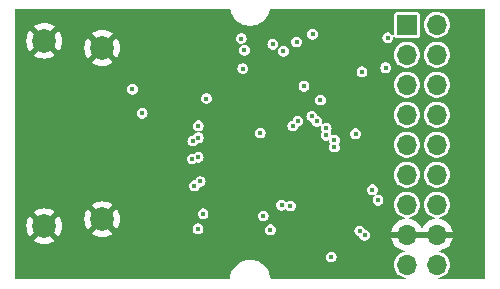
<source format=gbr>
G04 #@! TF.GenerationSoftware,KiCad,Pcbnew,7.0.6+dfsg-1*
G04 #@! TF.CreationDate,2023-08-23T13:02:17+02:00*
G04 #@! TF.ProjectId,GPDI_ULX3S,47504449-5f55-44c5-9833-532e6b696361,1.6*
G04 #@! TF.SameCoordinates,Original*
G04 #@! TF.FileFunction,Copper,L2,Inr*
G04 #@! TF.FilePolarity,Positive*
%FSLAX46Y46*%
G04 Gerber Fmt 4.6, Leading zero omitted, Abs format (unit mm)*
G04 Created by KiCad (PCBNEW 7.0.6+dfsg-1) date 2023-08-23 13:02:17*
%MOMM*%
%LPD*%
G01*
G04 APERTURE LIST*
G04 #@! TA.AperFunction,ComponentPad*
%ADD10R,1.700000X1.700000*%
G04 #@! TD*
G04 #@! TA.AperFunction,ComponentPad*
%ADD11O,1.700000X1.700000*%
G04 #@! TD*
G04 #@! TA.AperFunction,ComponentPad*
%ADD12C,2.000000*%
G04 #@! TD*
G04 #@! TA.AperFunction,ViaPad*
%ADD13C,0.400000*%
G04 #@! TD*
G04 #@! TA.AperFunction,Conductor*
%ADD14C,0.500000*%
G04 #@! TD*
G04 APERTURE END LIST*
D10*
X143764000Y-67310000D03*
D11*
X146304000Y-67310000D03*
X143764000Y-69850000D03*
X146304000Y-69850000D03*
X143764000Y-72390000D03*
X146304000Y-72390000D03*
X143764000Y-74930000D03*
X146304000Y-74930000D03*
X143764000Y-77470000D03*
X146304000Y-77470000D03*
X143764000Y-80010000D03*
X146304000Y-80010000D03*
X143764000Y-82550000D03*
X146304000Y-82550000D03*
X143764000Y-85090000D03*
X146304000Y-85090000D03*
X143764000Y-87630000D03*
X146304000Y-87630000D03*
D12*
X113069740Y-68670140D03*
X117969740Y-69270140D03*
X117969740Y-83770140D03*
X113069740Y-84370140D03*
D13*
X135052460Y-72525180D03*
X139902460Y-71985180D03*
X115392460Y-80555180D03*
X115362460Y-77085180D03*
X115392460Y-73205180D03*
X141622460Y-83605180D03*
X142022460Y-81135180D03*
X138402460Y-80675180D03*
X124652460Y-70035180D03*
X121522460Y-69955180D03*
X121502460Y-85535180D03*
X124952460Y-83505180D03*
X127582460Y-83985180D03*
X129112460Y-85165180D03*
X131175960Y-84135180D03*
X136642460Y-79115180D03*
X139032460Y-79505180D03*
X142262460Y-78825180D03*
X142142460Y-75925180D03*
X141532460Y-73755180D03*
X129582460Y-73125180D03*
X129532460Y-70275180D03*
X130672460Y-69025180D03*
X128842460Y-68255180D03*
X149342460Y-84585180D03*
X149342460Y-81585180D03*
X149342460Y-75585180D03*
X149342460Y-78585180D03*
X149342460Y-72585180D03*
X149342460Y-69585180D03*
X111412460Y-88205180D03*
X111422460Y-84585180D03*
X111422460Y-81585180D03*
X111422460Y-78585180D03*
X111422460Y-75585180D03*
X111422460Y-72585180D03*
X111422460Y-69585180D03*
X149382460Y-88145180D03*
X139532460Y-88185180D03*
X135872460Y-88185180D03*
X132362460Y-88205180D03*
X126362460Y-88205180D03*
X123362460Y-88205180D03*
X120362460Y-88205180D03*
X117362460Y-88205180D03*
X114362460Y-88205180D03*
X149372460Y-66585180D03*
X147422460Y-66585180D03*
X141422460Y-66585180D03*
X138422460Y-66585180D03*
X135422460Y-66585180D03*
X132422460Y-66585180D03*
X126422460Y-66585180D03*
X123422460Y-66585180D03*
X120422460Y-66585180D03*
X117422460Y-66585180D03*
X114422460Y-66585180D03*
X111422460Y-66585180D03*
X144982460Y-69315180D03*
X145022460Y-71085180D03*
X145072460Y-73875180D03*
X145082460Y-79055180D03*
X145102460Y-77075180D03*
X135412460Y-74545180D03*
X134942460Y-74995180D03*
X131602460Y-83495180D03*
X126508960Y-83305180D03*
X126082460Y-84585180D03*
X120522460Y-72770140D03*
X128642460Y-83995180D03*
X132412460Y-86655180D03*
X132212460Y-84675000D03*
X135103240Y-79802960D03*
X135883020Y-79828360D03*
X133452460Y-80405180D03*
X133942460Y-79785180D03*
X130913580Y-73444200D03*
X132569660Y-74119840D03*
X134281620Y-73416260D03*
X117563340Y-73258780D03*
X138652460Y-73705180D03*
X137974780Y-84437320D03*
X139112460Y-75635180D03*
X117578580Y-80767020D03*
X136652460Y-67555180D03*
X117560800Y-76263600D03*
X117568420Y-79263340D03*
X117563340Y-77749500D03*
X141134523Y-84984523D03*
X133565340Y-76482040D03*
X133440000Y-70204818D03*
X136442460Y-73685180D03*
X126095000Y-78535000D03*
X126105000Y-76865000D03*
X131353140Y-76474280D03*
X126786563Y-73556563D03*
X137356020Y-86975009D03*
X139427700Y-76540420D03*
X125775000Y-80935000D03*
X126105000Y-75855000D03*
X126268918Y-80578515D03*
X139965840Y-71291550D03*
X141973438Y-70936158D03*
X137625000Y-77671000D03*
X136925000Y-76671000D03*
X136134304Y-75484304D03*
X134115696Y-75884304D03*
X139788340Y-84772600D03*
X137625000Y-77079000D03*
X136925000Y-76079000D03*
X135715696Y-75065696D03*
X134534304Y-75465696D03*
X140189167Y-85135249D03*
X141325000Y-82175000D03*
X140845000Y-81284490D03*
X142152460Y-68415180D03*
X133907610Y-82646842D03*
X133162460Y-82595180D03*
X130002460Y-69465180D03*
X133304500Y-69545180D03*
X134432460Y-68765180D03*
X135775140Y-68125440D03*
X129742460Y-68475180D03*
X132411890Y-68965272D03*
X125579580Y-78671520D03*
X125645620Y-77162760D03*
X129872460Y-71015180D03*
X121347940Y-74815800D03*
D14*
X143878400Y-85204400D02*
X143764000Y-85090000D01*
G04 #@! TA.AperFunction,Conductor*
G36*
X128822392Y-66018806D02*
G01*
X128838981Y-66052719D01*
X128839714Y-66052573D01*
X128840158Y-66054797D01*
X128904822Y-66288590D01*
X129002489Y-66510649D01*
X129131105Y-66716309D01*
X129131105Y-66716310D01*
X129288003Y-66901312D01*
X129288008Y-66901317D01*
X129288907Y-66902110D01*
X129469911Y-67061792D01*
X129673030Y-67194401D01*
X129893123Y-67296374D01*
X129893124Y-67296374D01*
X129893130Y-67296377D01*
X130125621Y-67365593D01*
X130281879Y-67388385D01*
X130365647Y-67400605D01*
X130365649Y-67400605D01*
X130365656Y-67400606D01*
X130607663Y-67400685D01*
X130608224Y-67400686D01*
X130608224Y-67400685D01*
X130608231Y-67400686D01*
X130848290Y-67365833D01*
X131080827Y-67296771D01*
X131300994Y-67194942D01*
X131504202Y-67062467D01*
X131686213Y-66902110D01*
X131843235Y-66717212D01*
X131971992Y-66511629D01*
X132069801Y-66289646D01*
X132134622Y-66055892D01*
X132134709Y-66055198D01*
X132134789Y-66055057D01*
X132135069Y-66053664D01*
X132135530Y-66053756D01*
X132158386Y-66013637D01*
X132196720Y-66000500D01*
X150357000Y-66000500D01*
X150401194Y-66018806D01*
X150419500Y-66063000D01*
X150419500Y-88787000D01*
X150401194Y-88831194D01*
X150357000Y-88849500D01*
X146465636Y-88849500D01*
X146421442Y-88831194D01*
X146403136Y-88787000D01*
X146421442Y-88742806D01*
X146454152Y-88725564D01*
X146485108Y-88719777D01*
X146607556Y-88696888D01*
X146798427Y-88622944D01*
X146972462Y-88515186D01*
X147123732Y-88377285D01*
X147247088Y-88213935D01*
X147338328Y-88030701D01*
X147394345Y-87833821D01*
X147406647Y-87701061D01*
X147413232Y-87630004D01*
X147413232Y-87629995D01*
X147394346Y-87426186D01*
X147394344Y-87426174D01*
X147364712Y-87322030D01*
X147338328Y-87229299D01*
X147247088Y-87046065D01*
X147247085Y-87046061D01*
X147247084Y-87046059D01*
X147123740Y-86882724D01*
X147123735Y-86882719D01*
X147123732Y-86882715D01*
X147028834Y-86796204D01*
X146972466Y-86744817D01*
X146972463Y-86744815D01*
X146972462Y-86744814D01*
X146798427Y-86637056D01*
X146798425Y-86637055D01*
X146607553Y-86563111D01*
X146539422Y-86550375D01*
X146499344Y-86524260D01*
X146489471Y-86477454D01*
X146515586Y-86437376D01*
X146540620Y-86427291D01*
X146638512Y-86410956D01*
X146851371Y-86337881D01*
X146851372Y-86337880D01*
X147049300Y-86230768D01*
X147049302Y-86230767D01*
X147226895Y-86092541D01*
X147226898Y-86092538D01*
X147379322Y-85926962D01*
X147379325Y-85926957D01*
X147502414Y-85738557D01*
X147502416Y-85738554D01*
X147592820Y-85532455D01*
X147592821Y-85532451D01*
X147640543Y-85344000D01*
X146735116Y-85344000D01*
X146763493Y-85299844D01*
X146804000Y-85161889D01*
X146804000Y-85018111D01*
X146763493Y-84880156D01*
X146735116Y-84836000D01*
X147640543Y-84836000D01*
X147592821Y-84647548D01*
X147592820Y-84647544D01*
X147502416Y-84441445D01*
X147502414Y-84441442D01*
X147379325Y-84253042D01*
X147379322Y-84253037D01*
X147226898Y-84087461D01*
X147226895Y-84087458D01*
X147049302Y-83949232D01*
X147049300Y-83949231D01*
X146851372Y-83842119D01*
X146851371Y-83842118D01*
X146638512Y-83769043D01*
X146540620Y-83752708D01*
X146500041Y-83727377D01*
X146489259Y-83680773D01*
X146514590Y-83640194D01*
X146539422Y-83629624D01*
X146607556Y-83616888D01*
X146798427Y-83542944D01*
X146972462Y-83435186D01*
X147123732Y-83297285D01*
X147127312Y-83292545D01*
X147236346Y-83148160D01*
X147247088Y-83133935D01*
X147338328Y-82950701D01*
X147394345Y-82753821D01*
X147405865Y-82629500D01*
X147413232Y-82550004D01*
X147413232Y-82549995D01*
X147394346Y-82346186D01*
X147394344Y-82346174D01*
X147361051Y-82229163D01*
X147338328Y-82149299D01*
X147247088Y-81966065D01*
X147247085Y-81966061D01*
X147247084Y-81966059D01*
X147123740Y-81802724D01*
X147123735Y-81802719D01*
X147123732Y-81802715D01*
X147013440Y-81702170D01*
X146972466Y-81664817D01*
X146972463Y-81664815D01*
X146972462Y-81664814D01*
X146798427Y-81557056D01*
X146798425Y-81557055D01*
X146735647Y-81532735D01*
X146607556Y-81483112D01*
X146607553Y-81483111D01*
X146607552Y-81483111D01*
X146406351Y-81445500D01*
X146406347Y-81445500D01*
X146201653Y-81445500D01*
X146201648Y-81445500D01*
X146000447Y-81483111D01*
X145809574Y-81557055D01*
X145635533Y-81664817D01*
X145484266Y-81802717D01*
X145484259Y-81802724D01*
X145360915Y-81966059D01*
X145360912Y-81966065D01*
X145269672Y-82149298D01*
X145213655Y-82346174D01*
X145213653Y-82346186D01*
X145194768Y-82549995D01*
X145194768Y-82550004D01*
X145213653Y-82753813D01*
X145213655Y-82753825D01*
X145260418Y-82918177D01*
X145269672Y-82950701D01*
X145360912Y-83133935D01*
X145360913Y-83133936D01*
X145360915Y-83133940D01*
X145484259Y-83297275D01*
X145484264Y-83297280D01*
X145484268Y-83297285D01*
X145544859Y-83352521D01*
X145635533Y-83435182D01*
X145635534Y-83435183D01*
X145635538Y-83435186D01*
X145809573Y-83542944D01*
X146000444Y-83616888D01*
X146059637Y-83627953D01*
X146068576Y-83629624D01*
X146108654Y-83655739D01*
X146118528Y-83702544D01*
X146092413Y-83742622D01*
X146067379Y-83752708D01*
X145969487Y-83769043D01*
X145756628Y-83842118D01*
X145756627Y-83842119D01*
X145558699Y-83949231D01*
X145558697Y-83949232D01*
X145381104Y-84087458D01*
X145381101Y-84087461D01*
X145228677Y-84253037D01*
X145228674Y-84253042D01*
X145105585Y-84441442D01*
X145105580Y-84441451D01*
X145091235Y-84474155D01*
X145056718Y-84507273D01*
X145008893Y-84506283D01*
X144976765Y-84474155D01*
X144962419Y-84441451D01*
X144962414Y-84441442D01*
X144839325Y-84253042D01*
X144839322Y-84253037D01*
X144686898Y-84087461D01*
X144686895Y-84087458D01*
X144509302Y-83949232D01*
X144509300Y-83949231D01*
X144311372Y-83842119D01*
X144311371Y-83842118D01*
X144098512Y-83769043D01*
X144000620Y-83752708D01*
X143960041Y-83727377D01*
X143949259Y-83680773D01*
X143974590Y-83640194D01*
X143999422Y-83629624D01*
X144067556Y-83616888D01*
X144258427Y-83542944D01*
X144432462Y-83435186D01*
X144583732Y-83297285D01*
X144587312Y-83292545D01*
X144696346Y-83148160D01*
X144707088Y-83133935D01*
X144798328Y-82950701D01*
X144854345Y-82753821D01*
X144865865Y-82629500D01*
X144873232Y-82550004D01*
X144873232Y-82549995D01*
X144854346Y-82346186D01*
X144854344Y-82346174D01*
X144821051Y-82229163D01*
X144798328Y-82149299D01*
X144707088Y-81966065D01*
X144707085Y-81966061D01*
X144707084Y-81966059D01*
X144583740Y-81802724D01*
X144583735Y-81802719D01*
X144583732Y-81802715D01*
X144473440Y-81702170D01*
X144432466Y-81664817D01*
X144432463Y-81664815D01*
X144432462Y-81664814D01*
X144258427Y-81557056D01*
X144258425Y-81557055D01*
X144195647Y-81532735D01*
X144067556Y-81483112D01*
X144067553Y-81483111D01*
X144067552Y-81483111D01*
X143866351Y-81445500D01*
X143866347Y-81445500D01*
X143661653Y-81445500D01*
X143661648Y-81445500D01*
X143460447Y-81483111D01*
X143269574Y-81557055D01*
X143095533Y-81664817D01*
X142944266Y-81802717D01*
X142944259Y-81802724D01*
X142820915Y-81966059D01*
X142820912Y-81966065D01*
X142729672Y-82149298D01*
X142673655Y-82346174D01*
X142673653Y-82346186D01*
X142654768Y-82549995D01*
X142654768Y-82550004D01*
X142673653Y-82753813D01*
X142673655Y-82753825D01*
X142720418Y-82918177D01*
X142729672Y-82950701D01*
X142820912Y-83133935D01*
X142820913Y-83133936D01*
X142820915Y-83133940D01*
X142944259Y-83297275D01*
X142944264Y-83297280D01*
X142944268Y-83297285D01*
X143004859Y-83352521D01*
X143095533Y-83435182D01*
X143095534Y-83435183D01*
X143095538Y-83435186D01*
X143269573Y-83542944D01*
X143460444Y-83616888D01*
X143519637Y-83627953D01*
X143528576Y-83629624D01*
X143568654Y-83655739D01*
X143578528Y-83702544D01*
X143552413Y-83742622D01*
X143527379Y-83752708D01*
X143429487Y-83769043D01*
X143216628Y-83842118D01*
X143216627Y-83842119D01*
X143018699Y-83949231D01*
X143018697Y-83949232D01*
X142841104Y-84087458D01*
X142841101Y-84087461D01*
X142688677Y-84253037D01*
X142688674Y-84253042D01*
X142565585Y-84441442D01*
X142565583Y-84441445D01*
X142475179Y-84647544D01*
X142475178Y-84647548D01*
X142427457Y-84836000D01*
X143332884Y-84836000D01*
X143304507Y-84880156D01*
X143264000Y-85018111D01*
X143264000Y-85161889D01*
X143304507Y-85299844D01*
X143332884Y-85344000D01*
X142427457Y-85344000D01*
X142475178Y-85532451D01*
X142475179Y-85532455D01*
X142565583Y-85738554D01*
X142565585Y-85738557D01*
X142688674Y-85926957D01*
X142688677Y-85926962D01*
X142841101Y-86092538D01*
X142841104Y-86092541D01*
X143018697Y-86230767D01*
X143018699Y-86230768D01*
X143216627Y-86337880D01*
X143216628Y-86337881D01*
X143429487Y-86410956D01*
X143527379Y-86427291D01*
X143567957Y-86452621D01*
X143578740Y-86499226D01*
X143553410Y-86539804D01*
X143528577Y-86550375D01*
X143460446Y-86563111D01*
X143269574Y-86637055D01*
X143095533Y-86744817D01*
X142944266Y-86882717D01*
X142944259Y-86882724D01*
X142820915Y-87046059D01*
X142820912Y-87046065D01*
X142729672Y-87229298D01*
X142673655Y-87426174D01*
X142673653Y-87426186D01*
X142654768Y-87629995D01*
X142654768Y-87630004D01*
X142673653Y-87833813D01*
X142673655Y-87833825D01*
X142729671Y-88030701D01*
X142729672Y-88030701D01*
X142820912Y-88213935D01*
X142820913Y-88213936D01*
X142820915Y-88213940D01*
X142944259Y-88377275D01*
X142944264Y-88377280D01*
X142944268Y-88377285D01*
X143035674Y-88460613D01*
X143095533Y-88515182D01*
X143095534Y-88515183D01*
X143095538Y-88515186D01*
X143269573Y-88622944D01*
X143460444Y-88696888D01*
X143575174Y-88718334D01*
X143613848Y-88725564D01*
X143653926Y-88751679D01*
X143663800Y-88798484D01*
X143637685Y-88838562D01*
X143602364Y-88849500D01*
X132287556Y-88849500D01*
X132243362Y-88831194D01*
X132225692Y-88795895D01*
X132210013Y-88686853D01*
X132191353Y-88557069D01*
X132121776Y-88320109D01*
X132064882Y-88195530D01*
X132019187Y-88095470D01*
X131981925Y-88037489D01*
X131885665Y-87887704D01*
X131885664Y-87887702D01*
X131723938Y-87701061D01*
X131537297Y-87539335D01*
X131329529Y-87405812D01*
X131146070Y-87322030D01*
X131104891Y-87303224D01*
X131025904Y-87280031D01*
X130867933Y-87233647D01*
X130623484Y-87198500D01*
X130623482Y-87198500D01*
X130376518Y-87198500D01*
X130376516Y-87198500D01*
X130132066Y-87233647D01*
X129895109Y-87303224D01*
X129670470Y-87405812D01*
X129462702Y-87539335D01*
X129276061Y-87701061D01*
X129114335Y-87887702D01*
X128980812Y-88095470D01*
X128878224Y-88320109D01*
X128808647Y-88557066D01*
X128774308Y-88795895D01*
X128749899Y-88837034D01*
X128712444Y-88849500D01*
X110638000Y-88849500D01*
X110593806Y-88831194D01*
X110575500Y-88787000D01*
X110575500Y-86975008D01*
X136896846Y-86975008D01*
X136915445Y-87104371D01*
X136915446Y-87104373D01*
X136969738Y-87223257D01*
X136978741Y-87233647D01*
X137039029Y-87303224D01*
X137055325Y-87322030D01*
X137165272Y-87392688D01*
X137165274Y-87392688D01*
X137165275Y-87392689D01*
X137290670Y-87429508D01*
X137290672Y-87429509D01*
X137290673Y-87429509D01*
X137421368Y-87429509D01*
X137421368Y-87429508D01*
X137546768Y-87392688D01*
X137656715Y-87322030D01*
X137742302Y-87223257D01*
X137796594Y-87104373D01*
X137815194Y-86975009D01*
X137796594Y-86845645D01*
X137742302Y-86726761D01*
X137678111Y-86652681D01*
X137656716Y-86627989D01*
X137656715Y-86627988D01*
X137546768Y-86557330D01*
X137546766Y-86557329D01*
X137546764Y-86557328D01*
X137421369Y-86520509D01*
X137421367Y-86520509D01*
X137290673Y-86520509D01*
X137290671Y-86520509D01*
X137165275Y-86557328D01*
X137055323Y-86627989D01*
X136969740Y-86726758D01*
X136969737Y-86726763D01*
X136915446Y-86845643D01*
X136915445Y-86845646D01*
X136896846Y-86975008D01*
X110575500Y-86975008D01*
X110575500Y-84370144D01*
X111557077Y-84370144D01*
X111575698Y-84606766D01*
X111575699Y-84606770D01*
X111631110Y-84837572D01*
X111721948Y-85056876D01*
X111836636Y-85244031D01*
X111836636Y-85244032D01*
X112465805Y-84614862D01*
X112476928Y-84649096D01*
X112564926Y-84787759D01*
X112684643Y-84900180D01*
X112822900Y-84976188D01*
X112195846Y-85603241D01*
X112195847Y-85603242D01*
X112383003Y-85717931D01*
X112602307Y-85808769D01*
X112833109Y-85864180D01*
X112833113Y-85864181D01*
X113069736Y-85882803D01*
X113069744Y-85882803D01*
X113306366Y-85864181D01*
X113306370Y-85864180D01*
X113537172Y-85808769D01*
X113756479Y-85717930D01*
X113943631Y-85603241D01*
X113943632Y-85603241D01*
X113313221Y-84972831D01*
X113385369Y-84944266D01*
X113518232Y-84847735D01*
X113622915Y-84721195D01*
X113673181Y-84614372D01*
X114302841Y-85244032D01*
X114302841Y-85244031D01*
X114417530Y-85056879D01*
X114508369Y-84837572D01*
X114563780Y-84606770D01*
X114563781Y-84606766D01*
X114582403Y-84370144D01*
X114582403Y-84370135D01*
X114563781Y-84133513D01*
X114563780Y-84133509D01*
X114508369Y-83902707D01*
X114453460Y-83770144D01*
X116457077Y-83770144D01*
X116475698Y-84006766D01*
X116475699Y-84006770D01*
X116531110Y-84237572D01*
X116621948Y-84456876D01*
X116736636Y-84644031D01*
X116736636Y-84644032D01*
X117365805Y-84014862D01*
X117376928Y-84049096D01*
X117464926Y-84187759D01*
X117584643Y-84300180D01*
X117722900Y-84376188D01*
X117095846Y-85003241D01*
X117095847Y-85003242D01*
X117283003Y-85117931D01*
X117502307Y-85208769D01*
X117733109Y-85264180D01*
X117733113Y-85264181D01*
X117969736Y-85282803D01*
X117969744Y-85282803D01*
X118206366Y-85264181D01*
X118206370Y-85264180D01*
X118437172Y-85208769D01*
X118656479Y-85117930D01*
X118843631Y-85003241D01*
X118843632Y-85003241D01*
X118213221Y-84372831D01*
X118285369Y-84344266D01*
X118418232Y-84247735D01*
X118522915Y-84121195D01*
X118573182Y-84014372D01*
X119202841Y-84644031D01*
X119238906Y-84585180D01*
X125623286Y-84585180D01*
X125641885Y-84714542D01*
X125641886Y-84714545D01*
X125662280Y-84759202D01*
X125696178Y-84833428D01*
X125696180Y-84833430D01*
X125774004Y-84923245D01*
X125781765Y-84932201D01*
X125891712Y-85002859D01*
X125891714Y-85002859D01*
X125891715Y-85002860D01*
X126017110Y-85039679D01*
X126017112Y-85039680D01*
X126017113Y-85039680D01*
X126147808Y-85039680D01*
X126147808Y-85039679D01*
X126273208Y-85002859D01*
X126383155Y-84932201D01*
X126468742Y-84833428D01*
X126523034Y-84714544D01*
X126528720Y-84675000D01*
X131753286Y-84675000D01*
X131771885Y-84804362D01*
X131771886Y-84804365D01*
X131787051Y-84837572D01*
X131826178Y-84923248D01*
X131826180Y-84923250D01*
X131910748Y-85020848D01*
X131911765Y-85022021D01*
X132021712Y-85092679D01*
X132113461Y-85119619D01*
X132147110Y-85129499D01*
X132147112Y-85129500D01*
X132147113Y-85129500D01*
X132277808Y-85129500D01*
X132277808Y-85129499D01*
X132403208Y-85092679D01*
X132513155Y-85022021D01*
X132598742Y-84923248D01*
X132653034Y-84804364D01*
X132657601Y-84772600D01*
X139329166Y-84772600D01*
X139347765Y-84901962D01*
X139347766Y-84901965D01*
X139367084Y-84944266D01*
X139402058Y-85020848D01*
X139418375Y-85039679D01*
X139486180Y-85117931D01*
X139487645Y-85119621D01*
X139597592Y-85190279D01*
X139597594Y-85190279D01*
X139597595Y-85190280D01*
X139706208Y-85222172D01*
X139743455Y-85252187D01*
X139748565Y-85264521D01*
X139748590Y-85264607D01*
X139748593Y-85264613D01*
X139802885Y-85383497D01*
X139888472Y-85482270D01*
X139998419Y-85552928D01*
X139998421Y-85552928D01*
X139998422Y-85552929D01*
X140123817Y-85589748D01*
X140123819Y-85589749D01*
X140123820Y-85589749D01*
X140254515Y-85589749D01*
X140254515Y-85589748D01*
X140379915Y-85552928D01*
X140489862Y-85482270D01*
X140575449Y-85383497D01*
X140629741Y-85264613D01*
X140648341Y-85135249D01*
X140629741Y-85005885D01*
X140575449Y-84887001D01*
X140489862Y-84788228D01*
X140379915Y-84717570D01*
X140379913Y-84717569D01*
X140379911Y-84717568D01*
X140271297Y-84685676D01*
X140234051Y-84655661D01*
X140228938Y-84643318D01*
X140228913Y-84643234D01*
X140174622Y-84524352D01*
X140090053Y-84426754D01*
X140089036Y-84425580D01*
X140089035Y-84425579D01*
X139979088Y-84354921D01*
X139979086Y-84354920D01*
X139979084Y-84354919D01*
X139853689Y-84318100D01*
X139853687Y-84318100D01*
X139722993Y-84318100D01*
X139722991Y-84318100D01*
X139597595Y-84354919D01*
X139487643Y-84425580D01*
X139402060Y-84524349D01*
X139402057Y-84524354D01*
X139347766Y-84643234D01*
X139347765Y-84643237D01*
X139329166Y-84772600D01*
X132657601Y-84772600D01*
X132671634Y-84675000D01*
X132653034Y-84545636D01*
X132598742Y-84426752D01*
X132520910Y-84336929D01*
X132513156Y-84327980D01*
X132513155Y-84327979D01*
X132403208Y-84257321D01*
X132403206Y-84257320D01*
X132403204Y-84257319D01*
X132277809Y-84220500D01*
X132277807Y-84220500D01*
X132147113Y-84220500D01*
X132147111Y-84220500D01*
X132021715Y-84257319D01*
X131911763Y-84327980D01*
X131826180Y-84426749D01*
X131826177Y-84426754D01*
X131771886Y-84545634D01*
X131771885Y-84545637D01*
X131753286Y-84675000D01*
X126528720Y-84675000D01*
X126541634Y-84585180D01*
X126523034Y-84455816D01*
X126468742Y-84336932D01*
X126383155Y-84238159D01*
X126273208Y-84167501D01*
X126273206Y-84167500D01*
X126273204Y-84167499D01*
X126147809Y-84130680D01*
X126147807Y-84130680D01*
X126017113Y-84130680D01*
X126017111Y-84130680D01*
X125891715Y-84167499D01*
X125781763Y-84238160D01*
X125696180Y-84336929D01*
X125696177Y-84336934D01*
X125641886Y-84455814D01*
X125641885Y-84455817D01*
X125623286Y-84585180D01*
X119238906Y-84585180D01*
X119317530Y-84456879D01*
X119408369Y-84237572D01*
X119463780Y-84006770D01*
X119463781Y-84006766D01*
X119482403Y-83770144D01*
X119482403Y-83770135D01*
X119463781Y-83533513D01*
X119463780Y-83533509D01*
X119408963Y-83305180D01*
X126049786Y-83305180D01*
X126068385Y-83434542D01*
X126068386Y-83434544D01*
X126122678Y-83553428D01*
X126208265Y-83652201D01*
X126318212Y-83722859D01*
X126388270Y-83743430D01*
X126443610Y-83759679D01*
X126443612Y-83759680D01*
X126443613Y-83759680D01*
X126574308Y-83759680D01*
X126574308Y-83759679D01*
X126699708Y-83722859D01*
X126809655Y-83652201D01*
X126895242Y-83553428D01*
X126921843Y-83495180D01*
X131143286Y-83495180D01*
X131161885Y-83624542D01*
X131161886Y-83624544D01*
X131216178Y-83743428D01*
X131301765Y-83842201D01*
X131411712Y-83912859D01*
X131535587Y-83949232D01*
X131537110Y-83949679D01*
X131537112Y-83949680D01*
X131537113Y-83949680D01*
X131667808Y-83949680D01*
X131667808Y-83949679D01*
X131793208Y-83912859D01*
X131903155Y-83842201D01*
X131988742Y-83743428D01*
X132043034Y-83624544D01*
X132061634Y-83495180D01*
X132043034Y-83365816D01*
X131988742Y-83246932D01*
X131903155Y-83148159D01*
X131793208Y-83077501D01*
X131793206Y-83077500D01*
X131793204Y-83077499D01*
X131667809Y-83040680D01*
X131667807Y-83040680D01*
X131537113Y-83040680D01*
X131537111Y-83040680D01*
X131411715Y-83077499D01*
X131301763Y-83148160D01*
X131216180Y-83246929D01*
X131216177Y-83246934D01*
X131161886Y-83365814D01*
X131161885Y-83365817D01*
X131143286Y-83495180D01*
X126921843Y-83495180D01*
X126949534Y-83434544D01*
X126968134Y-83305180D01*
X126949534Y-83175816D01*
X126895242Y-83056932D01*
X126809655Y-82958159D01*
X126699708Y-82887501D01*
X126699706Y-82887500D01*
X126699704Y-82887499D01*
X126574309Y-82850680D01*
X126574307Y-82850680D01*
X126443613Y-82850680D01*
X126443611Y-82850680D01*
X126318215Y-82887499D01*
X126208263Y-82958160D01*
X126122680Y-83056929D01*
X126122677Y-83056934D01*
X126068386Y-83175814D01*
X126068385Y-83175817D01*
X126049786Y-83305180D01*
X119408963Y-83305180D01*
X119408369Y-83302707D01*
X119317531Y-83083403D01*
X119202842Y-82896247D01*
X119202842Y-82896246D01*
X118573673Y-83525414D01*
X118562552Y-83491184D01*
X118474554Y-83352521D01*
X118354837Y-83240100D01*
X118216577Y-83164090D01*
X118785488Y-82595180D01*
X132703286Y-82595180D01*
X132721885Y-82724542D01*
X132721886Y-82724545D01*
X132735256Y-82753821D01*
X132776178Y-82843428D01*
X132861765Y-82942201D01*
X132971712Y-83012859D01*
X132971714Y-83012859D01*
X132971715Y-83012860D01*
X133097110Y-83049679D01*
X133097112Y-83049680D01*
X133097113Y-83049680D01*
X133227808Y-83049680D01*
X133227808Y-83049679D01*
X133353208Y-83012859D01*
X133463155Y-82942201D01*
X133465414Y-82939593D01*
X133508186Y-82918177D01*
X133553575Y-82933278D01*
X133559876Y-82939577D01*
X133606915Y-82993863D01*
X133716862Y-83064521D01*
X133716864Y-83064521D01*
X133716865Y-83064522D01*
X133842260Y-83101341D01*
X133842262Y-83101342D01*
X133842263Y-83101342D01*
X133972958Y-83101342D01*
X133972958Y-83101341D01*
X134098358Y-83064521D01*
X134208305Y-82993863D01*
X134293892Y-82895090D01*
X134348184Y-82776206D01*
X134366784Y-82646842D01*
X134348184Y-82517478D01*
X134293892Y-82398594D01*
X134210574Y-82302439D01*
X134208306Y-82299822D01*
X134208305Y-82299821D01*
X134098358Y-82229163D01*
X134098356Y-82229162D01*
X134098354Y-82229161D01*
X133972959Y-82192342D01*
X133972957Y-82192342D01*
X133842263Y-82192342D01*
X133842261Y-82192342D01*
X133716865Y-82229161D01*
X133606911Y-82299823D01*
X133604645Y-82302439D01*
X133561867Y-82323844D01*
X133516481Y-82308731D01*
X133510183Y-82302432D01*
X133463156Y-82248160D01*
X133463155Y-82248159D01*
X133353208Y-82177501D01*
X133353206Y-82177500D01*
X133353204Y-82177499D01*
X133227809Y-82140680D01*
X133227807Y-82140680D01*
X133097113Y-82140680D01*
X133097111Y-82140680D01*
X132971715Y-82177499D01*
X132861763Y-82248160D01*
X132776180Y-82346929D01*
X132776177Y-82346934D01*
X132721886Y-82465814D01*
X132721885Y-82465817D01*
X132703286Y-82595180D01*
X118785488Y-82595180D01*
X118843632Y-82537036D01*
X118656476Y-82422348D01*
X118437172Y-82331510D01*
X118206370Y-82276099D01*
X118206366Y-82276098D01*
X117969744Y-82257477D01*
X117969736Y-82257477D01*
X117733113Y-82276098D01*
X117733109Y-82276099D01*
X117502307Y-82331510D01*
X117283003Y-82422348D01*
X117095847Y-82537036D01*
X117095846Y-82537036D01*
X117726258Y-83167448D01*
X117654111Y-83196014D01*
X117521248Y-83292545D01*
X117416565Y-83419085D01*
X117366297Y-83525907D01*
X116736636Y-82896246D01*
X116736636Y-82896247D01*
X116621948Y-83083403D01*
X116531110Y-83302707D01*
X116475699Y-83533509D01*
X116475698Y-83533513D01*
X116457077Y-83770135D01*
X116457077Y-83770144D01*
X114453460Y-83770144D01*
X114417531Y-83683403D01*
X114302842Y-83496247D01*
X114302841Y-83496246D01*
X113673673Y-84125413D01*
X113662552Y-84091184D01*
X113574554Y-83952521D01*
X113454837Y-83840100D01*
X113316577Y-83764090D01*
X113943632Y-83137036D01*
X113756476Y-83022348D01*
X113537172Y-82931510D01*
X113306370Y-82876099D01*
X113306366Y-82876098D01*
X113069744Y-82857477D01*
X113069736Y-82857477D01*
X112833113Y-82876098D01*
X112833109Y-82876099D01*
X112602307Y-82931510D01*
X112383003Y-83022348D01*
X112195847Y-83137036D01*
X112195846Y-83137036D01*
X112826258Y-83767448D01*
X112754111Y-83796014D01*
X112621248Y-83892545D01*
X112516565Y-84019085D01*
X112466297Y-84125907D01*
X111836636Y-83496246D01*
X111836636Y-83496247D01*
X111721948Y-83683403D01*
X111631110Y-83902707D01*
X111575699Y-84133509D01*
X111575698Y-84133513D01*
X111557077Y-84370135D01*
X111557077Y-84370144D01*
X110575500Y-84370144D01*
X110575500Y-80935000D01*
X125315826Y-80935000D01*
X125334425Y-81064362D01*
X125334426Y-81064364D01*
X125388718Y-81183248D01*
X125474305Y-81282021D01*
X125584252Y-81352679D01*
X125584254Y-81352679D01*
X125584255Y-81352680D01*
X125709650Y-81389499D01*
X125709652Y-81389500D01*
X125709653Y-81389500D01*
X125840348Y-81389500D01*
X125840348Y-81389499D01*
X125965748Y-81352679D01*
X126071855Y-81284489D01*
X140385826Y-81284489D01*
X140404425Y-81413852D01*
X140404426Y-81413854D01*
X140458718Y-81532738D01*
X140544305Y-81631511D01*
X140654252Y-81702169D01*
X140768717Y-81735779D01*
X140779650Y-81738989D01*
X140779652Y-81738990D01*
X140779653Y-81738990D01*
X140910347Y-81738990D01*
X140962382Y-81723711D01*
X141009944Y-81728824D01*
X141039959Y-81766070D01*
X141034846Y-81813632D01*
X141027226Y-81824607D01*
X140938720Y-81926749D01*
X140938717Y-81926754D01*
X140884426Y-82045634D01*
X140884425Y-82045637D01*
X140865826Y-82175000D01*
X140884425Y-82304362D01*
X140884426Y-82304365D01*
X140903866Y-82346932D01*
X140938718Y-82423248D01*
X141024305Y-82522021D01*
X141134252Y-82592679D01*
X141134254Y-82592679D01*
X141134255Y-82592680D01*
X141259650Y-82629499D01*
X141259652Y-82629500D01*
X141259653Y-82629500D01*
X141390348Y-82629500D01*
X141390348Y-82629499D01*
X141515748Y-82592679D01*
X141625695Y-82522021D01*
X141711282Y-82423248D01*
X141765574Y-82304364D01*
X141784174Y-82175000D01*
X141765574Y-82045636D01*
X141711282Y-81926752D01*
X141625695Y-81827979D01*
X141515748Y-81757321D01*
X141515746Y-81757320D01*
X141515744Y-81757319D01*
X141390349Y-81720500D01*
X141390347Y-81720500D01*
X141259653Y-81720500D01*
X141207615Y-81735779D01*
X141160054Y-81730665D01*
X141130039Y-81693417D01*
X141135153Y-81645856D01*
X141142774Y-81634881D01*
X141145692Y-81631512D01*
X141145695Y-81631511D01*
X141231282Y-81532738D01*
X141285574Y-81413854D01*
X141304174Y-81284490D01*
X141285574Y-81155126D01*
X141231282Y-81036242D01*
X141145695Y-80937469D01*
X141035748Y-80866811D01*
X141035746Y-80866810D01*
X141035744Y-80866809D01*
X140910349Y-80829990D01*
X140910347Y-80829990D01*
X140779653Y-80829990D01*
X140779651Y-80829990D01*
X140654255Y-80866809D01*
X140544303Y-80937470D01*
X140458720Y-81036239D01*
X140458717Y-81036244D01*
X140404426Y-81155124D01*
X140404425Y-81155127D01*
X140385826Y-81284489D01*
X126071855Y-81284489D01*
X126075695Y-81282021D01*
X126161282Y-81183248D01*
X126213204Y-81069552D01*
X126248215Y-81036956D01*
X126270057Y-81033015D01*
X126334266Y-81033015D01*
X126334266Y-81033014D01*
X126459666Y-80996194D01*
X126569613Y-80925536D01*
X126655200Y-80826763D01*
X126709492Y-80707879D01*
X126728092Y-80578515D01*
X126709492Y-80449151D01*
X126655200Y-80330267D01*
X126569613Y-80231494D01*
X126459666Y-80160836D01*
X126459664Y-80160835D01*
X126459662Y-80160834D01*
X126334267Y-80124015D01*
X126334265Y-80124015D01*
X126203571Y-80124015D01*
X126203569Y-80124015D01*
X126078173Y-80160834D01*
X125968221Y-80231495D01*
X125882638Y-80330264D01*
X125882635Y-80330269D01*
X125830713Y-80443963D01*
X125795703Y-80476559D01*
X125773861Y-80480500D01*
X125709651Y-80480500D01*
X125584255Y-80517319D01*
X125474303Y-80587980D01*
X125388720Y-80686749D01*
X125388717Y-80686754D01*
X125334426Y-80805634D01*
X125334425Y-80805637D01*
X125315826Y-80935000D01*
X110575500Y-80935000D01*
X110575500Y-80010004D01*
X142654768Y-80010004D01*
X142673653Y-80213813D01*
X142673655Y-80213825D01*
X142706787Y-80330269D01*
X142729672Y-80410701D01*
X142820912Y-80593935D01*
X142820913Y-80593936D01*
X142820915Y-80593940D01*
X142944259Y-80757275D01*
X142944264Y-80757280D01*
X142944268Y-80757285D01*
X143046870Y-80850819D01*
X143095533Y-80895182D01*
X143095534Y-80895183D01*
X143095538Y-80895186D01*
X143269573Y-81002944D01*
X143460444Y-81076888D01*
X143661653Y-81114500D01*
X143661656Y-81114500D01*
X143866344Y-81114500D01*
X143866347Y-81114500D01*
X144067556Y-81076888D01*
X144258427Y-81002944D01*
X144432462Y-80895186D01*
X144583732Y-80757285D01*
X144636995Y-80686754D01*
X144707084Y-80593940D01*
X144707083Y-80593940D01*
X144707088Y-80593935D01*
X144798328Y-80410701D01*
X144854345Y-80213821D01*
X144873232Y-80010004D01*
X145194768Y-80010004D01*
X145213653Y-80213813D01*
X145213655Y-80213825D01*
X145246787Y-80330269D01*
X145269672Y-80410701D01*
X145360912Y-80593935D01*
X145360913Y-80593936D01*
X145360915Y-80593940D01*
X145484259Y-80757275D01*
X145484264Y-80757280D01*
X145484268Y-80757285D01*
X145586870Y-80850819D01*
X145635533Y-80895182D01*
X145635534Y-80895183D01*
X145635538Y-80895186D01*
X145809573Y-81002944D01*
X146000444Y-81076888D01*
X146201653Y-81114500D01*
X146201656Y-81114500D01*
X146406344Y-81114500D01*
X146406347Y-81114500D01*
X146607556Y-81076888D01*
X146798427Y-81002944D01*
X146972462Y-80895186D01*
X147123732Y-80757285D01*
X147176995Y-80686754D01*
X147247084Y-80593940D01*
X147247083Y-80593940D01*
X147247088Y-80593935D01*
X147338328Y-80410701D01*
X147394345Y-80213821D01*
X147413232Y-80010000D01*
X147394345Y-79806179D01*
X147338328Y-79609299D01*
X147247088Y-79426065D01*
X147247085Y-79426061D01*
X147247084Y-79426059D01*
X147123740Y-79262724D01*
X147123735Y-79262719D01*
X147123732Y-79262715D01*
X147028834Y-79176204D01*
X146972466Y-79124817D01*
X146972463Y-79124815D01*
X146972462Y-79124814D01*
X146798427Y-79017056D01*
X146798425Y-79017055D01*
X146742948Y-78995563D01*
X146607556Y-78943112D01*
X146607553Y-78943111D01*
X146607552Y-78943111D01*
X146406351Y-78905500D01*
X146406347Y-78905500D01*
X146201653Y-78905500D01*
X146201648Y-78905500D01*
X146000447Y-78943111D01*
X145809574Y-79017055D01*
X145635533Y-79124817D01*
X145484266Y-79262717D01*
X145484259Y-79262724D01*
X145360915Y-79426059D01*
X145360912Y-79426065D01*
X145269672Y-79609298D01*
X145213655Y-79806174D01*
X145213653Y-79806186D01*
X145194768Y-80009995D01*
X145194768Y-80010004D01*
X144873232Y-80010004D01*
X144873232Y-80010000D01*
X144854345Y-79806179D01*
X144798328Y-79609299D01*
X144707088Y-79426065D01*
X144707085Y-79426061D01*
X144707084Y-79426059D01*
X144583740Y-79262724D01*
X144583735Y-79262719D01*
X144583732Y-79262715D01*
X144488834Y-79176204D01*
X144432466Y-79124817D01*
X144432463Y-79124815D01*
X144432462Y-79124814D01*
X144258427Y-79017056D01*
X144258425Y-79017055D01*
X144202948Y-78995563D01*
X144067556Y-78943112D01*
X144067553Y-78943111D01*
X144067552Y-78943111D01*
X143866351Y-78905500D01*
X143866347Y-78905500D01*
X143661653Y-78905500D01*
X143661648Y-78905500D01*
X143460447Y-78943111D01*
X143269574Y-79017055D01*
X143095533Y-79124817D01*
X142944266Y-79262717D01*
X142944259Y-79262724D01*
X142820915Y-79426059D01*
X142820912Y-79426065D01*
X142729672Y-79609298D01*
X142673655Y-79806174D01*
X142673653Y-79806186D01*
X142654768Y-80009995D01*
X142654768Y-80010004D01*
X110575500Y-80010004D01*
X110575500Y-78671520D01*
X125120406Y-78671520D01*
X125139005Y-78800882D01*
X125139006Y-78800884D01*
X125193298Y-78919768D01*
X125278885Y-79018541D01*
X125388832Y-79089199D01*
X125388834Y-79089199D01*
X125388835Y-79089200D01*
X125514230Y-79126019D01*
X125514232Y-79126020D01*
X125514233Y-79126020D01*
X125644928Y-79126020D01*
X125644928Y-79126019D01*
X125770328Y-79089199D01*
X125880275Y-79018541D01*
X125904329Y-78990780D01*
X125947103Y-78969368D01*
X125969170Y-78971740D01*
X125999301Y-78980588D01*
X126029652Y-78989500D01*
X126029653Y-78989500D01*
X126160348Y-78989500D01*
X126160348Y-78989499D01*
X126285748Y-78952679D01*
X126395695Y-78882021D01*
X126481282Y-78783248D01*
X126535574Y-78664364D01*
X126554174Y-78535000D01*
X126535574Y-78405636D01*
X126481282Y-78286752D01*
X126395695Y-78187979D01*
X126285748Y-78117321D01*
X126285746Y-78117320D01*
X126285744Y-78117319D01*
X126160349Y-78080500D01*
X126160347Y-78080500D01*
X126029653Y-78080500D01*
X126029651Y-78080500D01*
X125904255Y-78117319D01*
X125794303Y-78187980D01*
X125770250Y-78215739D01*
X125727474Y-78237151D01*
X125705408Y-78234778D01*
X125644929Y-78217020D01*
X125644927Y-78217020D01*
X125514233Y-78217020D01*
X125514231Y-78217020D01*
X125388835Y-78253839D01*
X125278883Y-78324500D01*
X125193300Y-78423269D01*
X125193297Y-78423274D01*
X125139006Y-78542154D01*
X125139005Y-78542157D01*
X125120406Y-78671520D01*
X110575500Y-78671520D01*
X110575500Y-77162760D01*
X125186446Y-77162760D01*
X125205045Y-77292122D01*
X125205046Y-77292125D01*
X125221086Y-77327248D01*
X125259338Y-77411008D01*
X125344925Y-77509781D01*
X125454872Y-77580439D01*
X125454874Y-77580439D01*
X125454875Y-77580440D01*
X125580270Y-77617259D01*
X125580272Y-77617260D01*
X125580273Y-77617260D01*
X125710968Y-77617260D01*
X125710968Y-77617259D01*
X125836368Y-77580439D01*
X125946315Y-77509781D01*
X126031902Y-77411008D01*
X126057006Y-77356036D01*
X126092016Y-77323441D01*
X126113858Y-77319500D01*
X126170348Y-77319500D01*
X126170348Y-77319499D01*
X126295748Y-77282679D01*
X126405695Y-77212021D01*
X126491282Y-77113248D01*
X126545574Y-76994364D01*
X126564174Y-76865000D01*
X126545574Y-76735636D01*
X126491282Y-76616752D01*
X126405695Y-76517979D01*
X126337697Y-76474280D01*
X130893966Y-76474280D01*
X130912565Y-76603642D01*
X130912566Y-76603645D01*
X130936248Y-76655500D01*
X130966858Y-76722528D01*
X130986400Y-76745081D01*
X131047625Y-76815739D01*
X131052445Y-76821301D01*
X131162392Y-76891959D01*
X131162394Y-76891959D01*
X131162395Y-76891960D01*
X131287790Y-76928779D01*
X131287792Y-76928780D01*
X131287793Y-76928780D01*
X131418488Y-76928780D01*
X131418488Y-76928779D01*
X131543888Y-76891959D01*
X131653835Y-76821301D01*
X131739422Y-76722528D01*
X131793714Y-76603644D01*
X131812314Y-76474280D01*
X131793714Y-76344916D01*
X131739422Y-76226032D01*
X131653835Y-76127259D01*
X131543888Y-76056601D01*
X131543886Y-76056600D01*
X131543884Y-76056599D01*
X131418489Y-76019780D01*
X131418487Y-76019780D01*
X131287793Y-76019780D01*
X131287791Y-76019780D01*
X131162395Y-76056599D01*
X131052443Y-76127260D01*
X130966860Y-76226029D01*
X130966857Y-76226034D01*
X130912566Y-76344914D01*
X130912565Y-76344917D01*
X130893966Y-76474280D01*
X126337697Y-76474280D01*
X126295748Y-76447321D01*
X126295746Y-76447320D01*
X126295744Y-76447319D01*
X126202594Y-76419968D01*
X126165347Y-76389953D01*
X126160234Y-76342392D01*
X126190249Y-76305145D01*
X126202594Y-76300032D01*
X126273587Y-76279185D01*
X126295748Y-76272679D01*
X126405695Y-76202021D01*
X126491282Y-76103248D01*
X126545574Y-75984364D01*
X126559961Y-75884304D01*
X133656522Y-75884304D01*
X133675121Y-76013666D01*
X133675122Y-76013669D01*
X133694728Y-76056599D01*
X133729414Y-76132552D01*
X133729416Y-76132554D01*
X133810414Y-76226032D01*
X133815001Y-76231325D01*
X133924948Y-76301983D01*
X133924950Y-76301983D01*
X133924951Y-76301984D01*
X133987648Y-76320393D01*
X134020525Y-76330047D01*
X134050346Y-76338803D01*
X134050348Y-76338804D01*
X134050349Y-76338804D01*
X134181044Y-76338804D01*
X134181044Y-76338803D01*
X134306444Y-76301983D01*
X134416391Y-76231325D01*
X134501978Y-76132552D01*
X134556270Y-76013668D01*
X134562673Y-75969132D01*
X134587082Y-75927993D01*
X134606929Y-75918059D01*
X134721888Y-75884304D01*
X134725052Y-75883375D01*
X134834999Y-75812717D01*
X134920586Y-75713944D01*
X134974878Y-75595060D01*
X134993478Y-75465696D01*
X134974878Y-75336332D01*
X134920586Y-75217448D01*
X134834999Y-75118675D01*
X134752561Y-75065696D01*
X135256522Y-75065696D01*
X135275121Y-75195058D01*
X135275122Y-75195061D01*
X135293843Y-75236053D01*
X135329414Y-75313944D01*
X135415001Y-75412717D01*
X135524948Y-75483375D01*
X135524950Y-75483375D01*
X135524951Y-75483376D01*
X135643070Y-75518059D01*
X135680317Y-75548074D01*
X135687326Y-75569132D01*
X135693729Y-75613666D01*
X135693730Y-75613669D01*
X135703954Y-75636056D01*
X135748022Y-75732552D01*
X135748024Y-75732554D01*
X135819624Y-75815186D01*
X135833609Y-75831325D01*
X135943556Y-75901983D01*
X135943558Y-75901983D01*
X135943559Y-75901984D01*
X136068954Y-75938803D01*
X136068956Y-75938804D01*
X136068957Y-75938804D01*
X136199652Y-75938804D01*
X136199652Y-75938803D01*
X136325052Y-75901983D01*
X136402370Y-75852293D01*
X136449444Y-75843800D01*
X136488737Y-75871082D01*
X136497231Y-75918157D01*
X136493012Y-75930833D01*
X136484426Y-75949634D01*
X136484425Y-75949637D01*
X136465826Y-76079000D01*
X136484425Y-76208362D01*
X136484426Y-76208365D01*
X136494911Y-76231323D01*
X136538718Y-76327248D01*
X136538720Y-76327250D01*
X136544632Y-76334074D01*
X136559735Y-76379462D01*
X136544632Y-76415926D01*
X136538720Y-76422749D01*
X136538717Y-76422754D01*
X136484426Y-76541634D01*
X136484425Y-76541637D01*
X136465826Y-76671000D01*
X136484425Y-76800362D01*
X136484426Y-76800365D01*
X136513944Y-76865000D01*
X136538718Y-76919248D01*
X136624305Y-77018021D01*
X136734252Y-77088679D01*
X136817926Y-77113248D01*
X136859650Y-77125499D01*
X136859652Y-77125500D01*
X136859653Y-77125500D01*
X136990347Y-77125500D01*
X137095926Y-77094499D01*
X137143486Y-77099612D01*
X137173501Y-77136858D01*
X137175397Y-77145572D01*
X137184425Y-77208362D01*
X137184426Y-77208364D01*
X137238718Y-77327248D01*
X137238720Y-77327250D01*
X137244632Y-77334074D01*
X137259735Y-77379462D01*
X137244632Y-77415926D01*
X137238720Y-77422749D01*
X137238717Y-77422754D01*
X137184426Y-77541634D01*
X137184425Y-77541637D01*
X137165826Y-77671000D01*
X137184425Y-77800362D01*
X137184426Y-77800364D01*
X137238718Y-77919248D01*
X137324305Y-78018021D01*
X137434252Y-78088679D01*
X137434254Y-78088679D01*
X137434255Y-78088680D01*
X137559650Y-78125499D01*
X137559652Y-78125500D01*
X137559653Y-78125500D01*
X137690348Y-78125500D01*
X137690348Y-78125499D01*
X137815748Y-78088679D01*
X137925695Y-78018021D01*
X138011282Y-77919248D01*
X138065574Y-77800364D01*
X138084174Y-77671000D01*
X138065574Y-77541636D01*
X138032861Y-77470004D01*
X142654768Y-77470004D01*
X142673653Y-77673813D01*
X142673655Y-77673825D01*
X142729671Y-77870701D01*
X142729672Y-77870701D01*
X142820912Y-78053935D01*
X142820913Y-78053936D01*
X142820915Y-78053940D01*
X142944259Y-78217275D01*
X142944264Y-78217280D01*
X142944268Y-78217285D01*
X143020470Y-78286752D01*
X143095533Y-78355182D01*
X143095534Y-78355183D01*
X143095538Y-78355186D01*
X143269573Y-78462944D01*
X143460444Y-78536888D01*
X143661653Y-78574500D01*
X143661656Y-78574500D01*
X143866344Y-78574500D01*
X143866347Y-78574500D01*
X144067556Y-78536888D01*
X144258427Y-78462944D01*
X144432462Y-78355186D01*
X144583732Y-78217285D01*
X144583933Y-78217020D01*
X144707084Y-78053940D01*
X144707083Y-78053940D01*
X144707088Y-78053935D01*
X144798328Y-77870701D01*
X144854345Y-77673821D01*
X144854346Y-77673813D01*
X144873232Y-77470004D01*
X145194768Y-77470004D01*
X145213653Y-77673813D01*
X145213655Y-77673825D01*
X145269672Y-77870701D01*
X145360912Y-78053935D01*
X145360913Y-78053936D01*
X145360915Y-78053940D01*
X145484259Y-78217275D01*
X145484264Y-78217280D01*
X145484268Y-78217285D01*
X145560470Y-78286752D01*
X145635533Y-78355182D01*
X145635534Y-78355183D01*
X145635538Y-78355186D01*
X145809573Y-78462944D01*
X146000444Y-78536888D01*
X146201653Y-78574500D01*
X146201656Y-78574500D01*
X146406344Y-78574500D01*
X146406347Y-78574500D01*
X146607556Y-78536888D01*
X146798427Y-78462944D01*
X146972462Y-78355186D01*
X147123732Y-78217285D01*
X147123933Y-78217020D01*
X147247084Y-78053940D01*
X147247083Y-78053940D01*
X147247088Y-78053935D01*
X147338328Y-77870701D01*
X147394345Y-77673821D01*
X147394346Y-77673813D01*
X147413232Y-77470004D01*
X147413232Y-77469995D01*
X147394346Y-77266186D01*
X147394344Y-77266174D01*
X147357550Y-77136858D01*
X147338328Y-77069299D01*
X147247088Y-76886065D01*
X147247085Y-76886061D01*
X147247084Y-76886059D01*
X147123740Y-76722724D01*
X147123735Y-76722719D01*
X147123732Y-76722715D01*
X147028834Y-76636204D01*
X146972466Y-76584817D01*
X146972463Y-76584815D01*
X146972462Y-76584814D01*
X146798427Y-76477056D01*
X146798425Y-76477055D01*
X146721667Y-76447319D01*
X146607556Y-76403112D01*
X146607553Y-76403111D01*
X146607552Y-76403111D01*
X146406351Y-76365500D01*
X146406347Y-76365500D01*
X146201653Y-76365500D01*
X146201648Y-76365500D01*
X146000447Y-76403111D01*
X146000444Y-76403111D01*
X146000444Y-76403112D01*
X145979938Y-76411056D01*
X145809574Y-76477055D01*
X145635533Y-76584817D01*
X145540203Y-76671723D01*
X145484477Y-76722525D01*
X145484266Y-76722717D01*
X145484259Y-76722724D01*
X145360915Y-76886059D01*
X145360912Y-76886065D01*
X145269672Y-77069298D01*
X145213655Y-77266174D01*
X145213653Y-77266186D01*
X145194768Y-77469995D01*
X145194768Y-77470004D01*
X144873232Y-77470004D01*
X144873232Y-77469995D01*
X144854346Y-77266186D01*
X144854344Y-77266174D01*
X144817550Y-77136858D01*
X144798328Y-77069299D01*
X144707088Y-76886065D01*
X144707085Y-76886061D01*
X144707084Y-76886059D01*
X144583740Y-76722724D01*
X144583735Y-76722719D01*
X144583732Y-76722715D01*
X144488834Y-76636204D01*
X144432466Y-76584817D01*
X144432463Y-76584815D01*
X144432462Y-76584814D01*
X144258427Y-76477056D01*
X144258425Y-76477055D01*
X144181667Y-76447319D01*
X144067556Y-76403112D01*
X144067553Y-76403111D01*
X144067552Y-76403111D01*
X143866351Y-76365500D01*
X143866347Y-76365500D01*
X143661653Y-76365500D01*
X143661648Y-76365500D01*
X143460447Y-76403111D01*
X143460444Y-76403111D01*
X143460444Y-76403112D01*
X143439938Y-76411056D01*
X143269574Y-76477055D01*
X143095533Y-76584817D01*
X143000203Y-76671723D01*
X142944477Y-76722525D01*
X142944266Y-76722717D01*
X142944259Y-76722724D01*
X142820915Y-76886059D01*
X142820912Y-76886065D01*
X142729672Y-77069298D01*
X142673655Y-77266174D01*
X142673653Y-77266186D01*
X142654768Y-77469995D01*
X142654768Y-77470004D01*
X138032861Y-77470004D01*
X138011282Y-77422752D01*
X138005369Y-77415928D01*
X137990262Y-77370544D01*
X138005368Y-77334072D01*
X138011282Y-77327248D01*
X138065574Y-77208364D01*
X138084174Y-77079000D01*
X138065574Y-76949636D01*
X138011282Y-76830752D01*
X137925695Y-76731979D01*
X137815748Y-76661321D01*
X137815746Y-76661320D01*
X137815744Y-76661319D01*
X137690349Y-76624500D01*
X137690347Y-76624500D01*
X137559653Y-76624500D01*
X137559651Y-76624500D01*
X137454074Y-76655500D01*
X137406513Y-76650387D01*
X137376498Y-76613140D01*
X137374602Y-76604427D01*
X137374490Y-76603645D01*
X137365574Y-76541636D01*
X137365018Y-76540419D01*
X138968526Y-76540419D01*
X138987125Y-76669782D01*
X138987126Y-76669785D01*
X139011299Y-76722717D01*
X139041418Y-76788668D01*
X139064875Y-76815739D01*
X139125812Y-76886065D01*
X139127005Y-76887441D01*
X139236952Y-76958099D01*
X139360459Y-76994364D01*
X139362350Y-76994919D01*
X139362352Y-76994920D01*
X139362353Y-76994920D01*
X139493048Y-76994920D01*
X139493048Y-76994919D01*
X139618448Y-76958099D01*
X139728395Y-76887441D01*
X139813982Y-76788668D01*
X139868274Y-76669784D01*
X139886874Y-76540420D01*
X139868274Y-76411056D01*
X139813982Y-76292172D01*
X139741362Y-76208364D01*
X139728396Y-76193400D01*
X139728395Y-76193399D01*
X139618448Y-76122741D01*
X139618446Y-76122740D01*
X139618444Y-76122739D01*
X139493049Y-76085920D01*
X139493047Y-76085920D01*
X139362353Y-76085920D01*
X139362351Y-76085920D01*
X139236955Y-76122739D01*
X139127003Y-76193400D01*
X139041420Y-76292169D01*
X139041417Y-76292174D01*
X138987126Y-76411054D01*
X138987125Y-76411057D01*
X138968526Y-76540419D01*
X137365018Y-76540419D01*
X137311282Y-76422752D01*
X137305369Y-76415928D01*
X137290262Y-76370544D01*
X137305368Y-76334072D01*
X137311282Y-76327248D01*
X137365574Y-76208364D01*
X137384174Y-76079000D01*
X137365574Y-75949636D01*
X137311282Y-75830752D01*
X137225695Y-75731979D01*
X137115748Y-75661321D01*
X137115746Y-75661320D01*
X137115744Y-75661319D01*
X136990349Y-75624500D01*
X136990347Y-75624500D01*
X136859653Y-75624500D01*
X136859651Y-75624500D01*
X136734254Y-75661320D01*
X136656933Y-75711010D01*
X136609858Y-75719503D01*
X136570565Y-75692220D01*
X136562072Y-75645145D01*
X136566289Y-75632473D01*
X136574878Y-75613668D01*
X136593478Y-75484304D01*
X136574878Y-75354940D01*
X136520586Y-75236056D01*
X136434999Y-75137283D01*
X136325052Y-75066625D01*
X136325050Y-75066624D01*
X136325048Y-75066623D01*
X136206928Y-75031940D01*
X136169682Y-75001925D01*
X136162673Y-74980866D01*
X136157540Y-74945164D01*
X136156270Y-74936332D01*
X136153380Y-74930004D01*
X142654768Y-74930004D01*
X142673653Y-75133813D01*
X142673655Y-75133825D01*
X142712486Y-75270299D01*
X142729672Y-75330701D01*
X142820912Y-75513935D01*
X142820913Y-75513936D01*
X142820915Y-75513940D01*
X142944259Y-75677275D01*
X142944264Y-75677280D01*
X142944268Y-75677285D01*
X143046870Y-75770819D01*
X143095533Y-75815182D01*
X143095534Y-75815183D01*
X143095538Y-75815186D01*
X143269573Y-75922944D01*
X143460444Y-75996888D01*
X143661653Y-76034500D01*
X143661656Y-76034500D01*
X143866344Y-76034500D01*
X143866347Y-76034500D01*
X144067556Y-75996888D01*
X144258427Y-75922944D01*
X144432462Y-75815186D01*
X144583732Y-75677285D01*
X144595788Y-75661321D01*
X144702360Y-75520196D01*
X144707088Y-75513935D01*
X144798328Y-75330701D01*
X144854345Y-75133821D01*
X144854346Y-75133813D01*
X144873232Y-74930004D01*
X145194768Y-74930004D01*
X145213653Y-75133813D01*
X145213655Y-75133825D01*
X145252486Y-75270299D01*
X145269672Y-75330701D01*
X145360912Y-75513935D01*
X145360913Y-75513936D01*
X145360915Y-75513940D01*
X145484259Y-75677275D01*
X145484264Y-75677280D01*
X145484268Y-75677285D01*
X145586870Y-75770819D01*
X145635533Y-75815182D01*
X145635534Y-75815183D01*
X145635538Y-75815186D01*
X145809573Y-75922944D01*
X146000444Y-75996888D01*
X146201653Y-76034500D01*
X146201656Y-76034500D01*
X146406344Y-76034500D01*
X146406347Y-76034500D01*
X146607556Y-75996888D01*
X146798427Y-75922944D01*
X146972462Y-75815186D01*
X147123732Y-75677285D01*
X147135788Y-75661321D01*
X147242360Y-75520196D01*
X147247088Y-75513935D01*
X147338328Y-75330701D01*
X147394345Y-75133821D01*
X147394346Y-75133813D01*
X147413232Y-74930004D01*
X147413232Y-74929995D01*
X147394346Y-74726186D01*
X147394344Y-74726174D01*
X147372105Y-74648015D01*
X147338328Y-74529299D01*
X147247088Y-74346065D01*
X147247085Y-74346061D01*
X147247084Y-74346059D01*
X147123740Y-74182724D01*
X147123735Y-74182719D01*
X147123732Y-74182715D01*
X147028834Y-74096204D01*
X146972466Y-74044817D01*
X146972463Y-74044815D01*
X146972462Y-74044814D01*
X146798427Y-73937056D01*
X146798425Y-73937055D01*
X146712021Y-73903582D01*
X146607556Y-73863112D01*
X146607553Y-73863111D01*
X146607552Y-73863111D01*
X146406351Y-73825500D01*
X146406347Y-73825500D01*
X146201653Y-73825500D01*
X146201648Y-73825500D01*
X146000447Y-73863111D01*
X145809574Y-73937055D01*
X145635533Y-74044817D01*
X145484266Y-74182717D01*
X145484259Y-74182724D01*
X145360915Y-74346059D01*
X145360912Y-74346065D01*
X145269672Y-74529298D01*
X145213655Y-74726174D01*
X145213653Y-74726186D01*
X145194768Y-74929995D01*
X145194768Y-74930004D01*
X144873232Y-74930004D01*
X144873232Y-74929995D01*
X144854346Y-74726186D01*
X144854344Y-74726174D01*
X144832105Y-74648015D01*
X144798328Y-74529299D01*
X144707088Y-74346065D01*
X144707085Y-74346061D01*
X144707084Y-74346059D01*
X144583740Y-74182724D01*
X144583735Y-74182719D01*
X144583732Y-74182715D01*
X144488834Y-74096204D01*
X144432466Y-74044817D01*
X144432463Y-74044815D01*
X144432462Y-74044814D01*
X144258427Y-73937056D01*
X144258425Y-73937055D01*
X144172021Y-73903582D01*
X144067556Y-73863112D01*
X144067553Y-73863111D01*
X144067552Y-73863111D01*
X143866351Y-73825500D01*
X143866347Y-73825500D01*
X143661653Y-73825500D01*
X143661648Y-73825500D01*
X143460447Y-73863111D01*
X143269574Y-73937055D01*
X143095533Y-74044817D01*
X142944266Y-74182717D01*
X142944259Y-74182724D01*
X142820915Y-74346059D01*
X142820912Y-74346065D01*
X142729672Y-74529298D01*
X142673655Y-74726174D01*
X142673653Y-74726186D01*
X142654768Y-74929995D01*
X142654768Y-74930004D01*
X136153380Y-74930004D01*
X136101978Y-74817448D01*
X136016391Y-74718675D01*
X135906444Y-74648017D01*
X135906442Y-74648016D01*
X135906440Y-74648015D01*
X135781045Y-74611196D01*
X135781043Y-74611196D01*
X135650349Y-74611196D01*
X135650347Y-74611196D01*
X135524951Y-74648015D01*
X135414999Y-74718676D01*
X135329416Y-74817445D01*
X135329413Y-74817450D01*
X135275122Y-74936330D01*
X135275121Y-74936333D01*
X135256522Y-75065696D01*
X134752561Y-75065696D01*
X134725052Y-75048017D01*
X134725050Y-75048016D01*
X134725048Y-75048015D01*
X134599653Y-75011196D01*
X134599651Y-75011196D01*
X134468957Y-75011196D01*
X134468955Y-75011196D01*
X134343559Y-75048015D01*
X134233607Y-75118676D01*
X134148024Y-75217445D01*
X134148021Y-75217450D01*
X134093730Y-75336330D01*
X134093729Y-75336332D01*
X134087326Y-75380868D01*
X134062916Y-75422006D01*
X134043071Y-75431940D01*
X133924951Y-75466623D01*
X133814999Y-75537284D01*
X133729416Y-75636053D01*
X133729413Y-75636058D01*
X133675122Y-75754938D01*
X133675121Y-75754941D01*
X133656522Y-75884304D01*
X126559961Y-75884304D01*
X126564174Y-75855000D01*
X126545574Y-75725636D01*
X126491282Y-75606752D01*
X126405695Y-75507979D01*
X126295748Y-75437321D01*
X126295746Y-75437320D01*
X126295744Y-75437319D01*
X126170349Y-75400500D01*
X126170347Y-75400500D01*
X126039653Y-75400500D01*
X126039651Y-75400500D01*
X125914255Y-75437319D01*
X125804303Y-75507980D01*
X125718720Y-75606749D01*
X125718717Y-75606754D01*
X125664426Y-75725634D01*
X125664425Y-75725637D01*
X125645826Y-75854999D01*
X125664425Y-75984362D01*
X125664426Y-75984365D01*
X125677809Y-76013669D01*
X125718718Y-76103248D01*
X125804305Y-76202021D01*
X125914252Y-76272679D01*
X125914254Y-76272679D01*
X125914255Y-76272680D01*
X126007406Y-76300032D01*
X126044652Y-76330047D01*
X126049765Y-76377609D01*
X126019750Y-76414855D01*
X126007406Y-76419968D01*
X125914255Y-76447319D01*
X125804303Y-76517980D01*
X125718720Y-76616749D01*
X125718717Y-76616754D01*
X125693614Y-76671723D01*
X125658604Y-76704319D01*
X125636762Y-76708260D01*
X125580271Y-76708260D01*
X125454875Y-76745079D01*
X125344923Y-76815740D01*
X125259340Y-76914509D01*
X125259337Y-76914514D01*
X125205046Y-77033394D01*
X125205045Y-77033397D01*
X125186446Y-77162760D01*
X110575500Y-77162760D01*
X110575500Y-74815800D01*
X120888766Y-74815800D01*
X120907365Y-74945162D01*
X120907366Y-74945164D01*
X120961658Y-75064048D01*
X120961660Y-75064050D01*
X121022109Y-75133813D01*
X121047245Y-75162821D01*
X121157192Y-75233479D01*
X121157194Y-75233479D01*
X121157195Y-75233480D01*
X121282590Y-75270299D01*
X121282592Y-75270300D01*
X121282593Y-75270300D01*
X121413288Y-75270300D01*
X121413288Y-75270299D01*
X121538688Y-75233479D01*
X121648635Y-75162821D01*
X121734222Y-75064048D01*
X121788514Y-74945164D01*
X121807114Y-74815800D01*
X121788514Y-74686436D01*
X121734222Y-74567552D01*
X121648635Y-74468779D01*
X121538688Y-74398121D01*
X121538686Y-74398120D01*
X121538684Y-74398119D01*
X121413289Y-74361300D01*
X121413287Y-74361300D01*
X121282593Y-74361300D01*
X121282591Y-74361300D01*
X121157195Y-74398119D01*
X121047243Y-74468780D01*
X120961660Y-74567549D01*
X120961657Y-74567554D01*
X120907366Y-74686434D01*
X120907365Y-74686437D01*
X120888766Y-74815800D01*
X110575500Y-74815800D01*
X110575500Y-73556563D01*
X126327389Y-73556563D01*
X126345988Y-73685925D01*
X126345989Y-73685927D01*
X126400281Y-73804811D01*
X126485868Y-73903584D01*
X126595815Y-73974242D01*
X126595817Y-73974242D01*
X126595818Y-73974243D01*
X126721213Y-74011062D01*
X126721215Y-74011063D01*
X126721216Y-74011063D01*
X126851911Y-74011063D01*
X126851911Y-74011062D01*
X126977311Y-73974242D01*
X127087258Y-73903584D01*
X127172845Y-73804811D01*
X127227137Y-73685927D01*
X127227244Y-73685180D01*
X135983286Y-73685180D01*
X136001885Y-73814542D01*
X136001886Y-73814545D01*
X136024066Y-73863112D01*
X136056178Y-73933428D01*
X136141765Y-74032201D01*
X136251712Y-74102859D01*
X136251714Y-74102859D01*
X136251715Y-74102860D01*
X136377110Y-74139679D01*
X136377112Y-74139680D01*
X136377113Y-74139680D01*
X136507808Y-74139680D01*
X136507808Y-74139679D01*
X136633208Y-74102859D01*
X136743155Y-74032201D01*
X136828742Y-73933428D01*
X136883034Y-73814544D01*
X136901634Y-73685180D01*
X136883034Y-73555816D01*
X136828742Y-73436932D01*
X136743155Y-73338159D01*
X136633208Y-73267501D01*
X136633206Y-73267500D01*
X136633204Y-73267499D01*
X136507809Y-73230680D01*
X136507807Y-73230680D01*
X136377113Y-73230680D01*
X136377111Y-73230680D01*
X136251715Y-73267499D01*
X136141763Y-73338160D01*
X136056180Y-73436929D01*
X136056177Y-73436934D01*
X136001886Y-73555814D01*
X136001885Y-73555817D01*
X135983286Y-73685180D01*
X127227244Y-73685180D01*
X127245737Y-73556563D01*
X127227137Y-73427199D01*
X127172845Y-73308315D01*
X127087258Y-73209542D01*
X126977311Y-73138884D01*
X126977309Y-73138883D01*
X126977307Y-73138882D01*
X126851912Y-73102063D01*
X126851910Y-73102063D01*
X126721216Y-73102063D01*
X126721214Y-73102063D01*
X126595818Y-73138882D01*
X126485866Y-73209543D01*
X126400283Y-73308312D01*
X126400280Y-73308317D01*
X126345989Y-73427197D01*
X126345988Y-73427200D01*
X126327389Y-73556563D01*
X110575500Y-73556563D01*
X110575500Y-72770140D01*
X120063286Y-72770140D01*
X120081885Y-72899502D01*
X120081886Y-72899504D01*
X120136178Y-73018388D01*
X120136180Y-73018390D01*
X120208682Y-73102063D01*
X120221765Y-73117161D01*
X120331712Y-73187819D01*
X120331714Y-73187819D01*
X120331715Y-73187820D01*
X120457110Y-73224639D01*
X120457112Y-73224640D01*
X120457113Y-73224640D01*
X120587808Y-73224640D01*
X120587808Y-73224639D01*
X120713208Y-73187819D01*
X120823155Y-73117161D01*
X120908742Y-73018388D01*
X120963034Y-72899504D01*
X120981634Y-72770140D01*
X120963034Y-72640776D01*
X120910244Y-72525180D01*
X134593286Y-72525180D01*
X134611885Y-72654542D01*
X134611886Y-72654544D01*
X134666178Y-72773428D01*
X134751765Y-72872201D01*
X134861712Y-72942859D01*
X134967564Y-72973940D01*
X134987110Y-72979679D01*
X134987112Y-72979680D01*
X134987113Y-72979680D01*
X135117808Y-72979680D01*
X135117808Y-72979679D01*
X135243208Y-72942859D01*
X135353155Y-72872201D01*
X135438742Y-72773428D01*
X135493034Y-72654544D01*
X135511634Y-72525180D01*
X135493034Y-72395816D01*
X135490380Y-72390004D01*
X142654768Y-72390004D01*
X142673653Y-72593813D01*
X142673655Y-72593825D01*
X142724757Y-72773428D01*
X142729672Y-72790701D01*
X142820912Y-72973935D01*
X142820913Y-72973936D01*
X142820915Y-72973940D01*
X142944259Y-73137275D01*
X142944264Y-73137280D01*
X142944268Y-73137285D01*
X143023530Y-73209542D01*
X143095533Y-73275182D01*
X143095534Y-73275183D01*
X143095538Y-73275186D01*
X143269573Y-73382944D01*
X143460444Y-73456888D01*
X143661653Y-73494500D01*
X143661656Y-73494500D01*
X143866344Y-73494500D01*
X143866347Y-73494500D01*
X144067556Y-73456888D01*
X144258427Y-73382944D01*
X144432462Y-73275186D01*
X144583732Y-73137285D01*
X144598931Y-73117159D01*
X144673521Y-73018385D01*
X144707088Y-72973935D01*
X144798328Y-72790701D01*
X144854345Y-72593821D01*
X144861010Y-72521894D01*
X144873232Y-72390004D01*
X145194768Y-72390004D01*
X145213653Y-72593813D01*
X145213655Y-72593825D01*
X145264757Y-72773428D01*
X145269672Y-72790701D01*
X145360912Y-72973935D01*
X145360913Y-72973936D01*
X145360915Y-72973940D01*
X145484259Y-73137275D01*
X145484264Y-73137280D01*
X145484268Y-73137285D01*
X145563530Y-73209542D01*
X145635533Y-73275182D01*
X145635534Y-73275183D01*
X145635538Y-73275186D01*
X145809573Y-73382944D01*
X146000444Y-73456888D01*
X146201653Y-73494500D01*
X146201656Y-73494500D01*
X146406344Y-73494500D01*
X146406347Y-73494500D01*
X146607556Y-73456888D01*
X146798427Y-73382944D01*
X146972462Y-73275186D01*
X147123732Y-73137285D01*
X147138931Y-73117159D01*
X147213521Y-73018385D01*
X147247088Y-72973935D01*
X147338328Y-72790701D01*
X147394345Y-72593821D01*
X147401010Y-72521894D01*
X147413232Y-72390004D01*
X147413232Y-72389995D01*
X147394346Y-72186186D01*
X147394344Y-72186174D01*
X147361483Y-72070680D01*
X147338328Y-71989299D01*
X147247088Y-71806065D01*
X147247085Y-71806061D01*
X147247084Y-71806059D01*
X147123740Y-71642724D01*
X147123735Y-71642719D01*
X147123732Y-71642715D01*
X147010838Y-71539798D01*
X146972466Y-71504817D01*
X146972463Y-71504815D01*
X146972462Y-71504814D01*
X146798427Y-71397056D01*
X146798425Y-71397055D01*
X146708451Y-71362199D01*
X146607556Y-71323112D01*
X146607553Y-71323111D01*
X146607552Y-71323111D01*
X146406351Y-71285500D01*
X146406347Y-71285500D01*
X146201653Y-71285500D01*
X146201648Y-71285500D01*
X146000447Y-71323111D01*
X145809574Y-71397055D01*
X145635533Y-71504817D01*
X145484266Y-71642717D01*
X145484259Y-71642724D01*
X145360915Y-71806059D01*
X145360912Y-71806065D01*
X145269672Y-71989298D01*
X145213655Y-72186174D01*
X145213653Y-72186186D01*
X145194768Y-72389995D01*
X145194768Y-72390004D01*
X144873232Y-72390004D01*
X144873232Y-72389995D01*
X144854346Y-72186186D01*
X144854344Y-72186174D01*
X144821483Y-72070680D01*
X144798328Y-71989299D01*
X144707088Y-71806065D01*
X144707085Y-71806061D01*
X144707084Y-71806059D01*
X144583740Y-71642724D01*
X144583735Y-71642719D01*
X144583732Y-71642715D01*
X144470838Y-71539798D01*
X144432466Y-71504817D01*
X144432463Y-71504815D01*
X144432462Y-71504814D01*
X144258427Y-71397056D01*
X144258425Y-71397055D01*
X144168451Y-71362199D01*
X144067556Y-71323112D01*
X144067553Y-71323111D01*
X144067552Y-71323111D01*
X143866351Y-71285500D01*
X143866347Y-71285500D01*
X143661653Y-71285500D01*
X143661648Y-71285500D01*
X143460447Y-71323111D01*
X143269574Y-71397055D01*
X143095533Y-71504817D01*
X142944266Y-71642717D01*
X142944259Y-71642724D01*
X142820915Y-71806059D01*
X142820912Y-71806065D01*
X142729672Y-71989298D01*
X142673655Y-72186174D01*
X142673653Y-72186186D01*
X142654768Y-72389995D01*
X142654768Y-72390004D01*
X135490380Y-72390004D01*
X135438742Y-72276932D01*
X135374551Y-72202852D01*
X135353156Y-72178160D01*
X135353155Y-72178159D01*
X135243208Y-72107501D01*
X135243206Y-72107500D01*
X135243204Y-72107499D01*
X135117809Y-72070680D01*
X135117807Y-72070680D01*
X134987113Y-72070680D01*
X134987111Y-72070680D01*
X134861715Y-72107499D01*
X134751763Y-72178160D01*
X134666180Y-72276929D01*
X134666177Y-72276934D01*
X134611886Y-72395814D01*
X134611885Y-72395817D01*
X134593286Y-72525180D01*
X120910244Y-72525180D01*
X120908742Y-72521892D01*
X120823155Y-72423119D01*
X120713208Y-72352461D01*
X120713206Y-72352460D01*
X120713204Y-72352459D01*
X120587809Y-72315640D01*
X120587807Y-72315640D01*
X120457113Y-72315640D01*
X120457111Y-72315640D01*
X120331715Y-72352459D01*
X120221763Y-72423120D01*
X120136180Y-72521889D01*
X120136177Y-72521894D01*
X120081886Y-72640774D01*
X120081885Y-72640777D01*
X120063286Y-72770140D01*
X110575500Y-72770140D01*
X110575500Y-71015180D01*
X129413286Y-71015180D01*
X129431885Y-71144542D01*
X129431886Y-71144545D01*
X129439943Y-71162187D01*
X129486178Y-71263428D01*
X129510545Y-71291549D01*
X129564517Y-71353837D01*
X129571765Y-71362201D01*
X129681712Y-71432859D01*
X129681714Y-71432859D01*
X129681715Y-71432860D01*
X129807110Y-71469679D01*
X129807112Y-71469680D01*
X129807113Y-71469680D01*
X129937808Y-71469680D01*
X129937808Y-71469679D01*
X130063208Y-71432859D01*
X130173155Y-71362201D01*
X130234374Y-71291550D01*
X139506666Y-71291550D01*
X139525265Y-71420912D01*
X139525266Y-71420915D01*
X139547536Y-71469679D01*
X139579558Y-71539798D01*
X139665145Y-71638571D01*
X139775092Y-71709229D01*
X139775094Y-71709229D01*
X139775095Y-71709230D01*
X139900490Y-71746049D01*
X139900492Y-71746050D01*
X139900493Y-71746050D01*
X140031188Y-71746050D01*
X140031188Y-71746049D01*
X140156588Y-71709229D01*
X140266535Y-71638571D01*
X140352122Y-71539798D01*
X140406414Y-71420914D01*
X140425014Y-71291550D01*
X140406414Y-71162186D01*
X140352122Y-71043302D01*
X140266535Y-70944529D01*
X140253509Y-70936158D01*
X141514264Y-70936158D01*
X141532863Y-71065520D01*
X141532864Y-71065522D01*
X141587156Y-71184406D01*
X141672743Y-71283179D01*
X141782690Y-71353837D01*
X141782692Y-71353837D01*
X141782693Y-71353838D01*
X141908088Y-71390657D01*
X141908090Y-71390658D01*
X141908091Y-71390658D01*
X142038786Y-71390658D01*
X142038786Y-71390657D01*
X142164186Y-71353837D01*
X142274133Y-71283179D01*
X142359720Y-71184406D01*
X142414012Y-71065522D01*
X142432612Y-70936158D01*
X142414012Y-70806794D01*
X142359720Y-70687910D01*
X142295529Y-70613830D01*
X142274134Y-70589138D01*
X142274133Y-70589137D01*
X142164186Y-70518479D01*
X142164184Y-70518478D01*
X142164182Y-70518477D01*
X142038787Y-70481658D01*
X142038785Y-70481658D01*
X141908091Y-70481658D01*
X141908089Y-70481658D01*
X141782693Y-70518477D01*
X141672741Y-70589138D01*
X141587158Y-70687907D01*
X141587155Y-70687912D01*
X141532864Y-70806792D01*
X141532863Y-70806795D01*
X141514264Y-70936158D01*
X140253509Y-70936158D01*
X140156588Y-70873871D01*
X140156586Y-70873870D01*
X140156584Y-70873869D01*
X140031189Y-70837050D01*
X140031187Y-70837050D01*
X139900493Y-70837050D01*
X139900491Y-70837050D01*
X139775095Y-70873869D01*
X139665143Y-70944530D01*
X139579560Y-71043299D01*
X139579557Y-71043304D01*
X139525266Y-71162184D01*
X139525265Y-71162187D01*
X139506666Y-71291550D01*
X130234374Y-71291550D01*
X130258742Y-71263428D01*
X130313034Y-71144544D01*
X130331634Y-71015180D01*
X130313034Y-70885816D01*
X130258742Y-70766932D01*
X130173155Y-70668159D01*
X130063208Y-70597501D01*
X130063206Y-70597500D01*
X130063204Y-70597499D01*
X129937809Y-70560680D01*
X129937807Y-70560680D01*
X129807113Y-70560680D01*
X129807111Y-70560680D01*
X129681715Y-70597499D01*
X129571763Y-70668160D01*
X129486180Y-70766929D01*
X129486177Y-70766934D01*
X129431886Y-70885814D01*
X129431885Y-70885817D01*
X129413286Y-71015180D01*
X110575500Y-71015180D01*
X110575500Y-68670144D01*
X111557077Y-68670144D01*
X111575698Y-68906766D01*
X111575699Y-68906770D01*
X111631110Y-69137572D01*
X111721948Y-69356876D01*
X111836636Y-69544031D01*
X111836636Y-69544032D01*
X112465805Y-68914862D01*
X112476928Y-68949096D01*
X112564926Y-69087759D01*
X112684643Y-69200180D01*
X112822900Y-69276188D01*
X112195846Y-69903241D01*
X112195847Y-69903242D01*
X112383003Y-70017931D01*
X112602307Y-70108769D01*
X112833109Y-70164180D01*
X112833113Y-70164181D01*
X113069736Y-70182803D01*
X113069744Y-70182803D01*
X113306366Y-70164181D01*
X113306370Y-70164180D01*
X113537172Y-70108769D01*
X113756479Y-70017930D01*
X113943631Y-69903241D01*
X113943632Y-69903241D01*
X113313221Y-69272831D01*
X113385369Y-69244266D01*
X113518232Y-69147735D01*
X113622915Y-69021195D01*
X113673181Y-68914372D01*
X114302841Y-69544032D01*
X114302841Y-69544031D01*
X114417530Y-69356879D01*
X114453456Y-69270144D01*
X116457077Y-69270144D01*
X116475698Y-69506766D01*
X116475699Y-69506770D01*
X116531110Y-69737572D01*
X116621948Y-69956876D01*
X116736636Y-70144031D01*
X116736636Y-70144032D01*
X117365805Y-69514862D01*
X117376928Y-69549096D01*
X117464926Y-69687759D01*
X117584643Y-69800180D01*
X117722900Y-69876188D01*
X117095846Y-70503241D01*
X117095847Y-70503242D01*
X117283003Y-70617931D01*
X117502307Y-70708769D01*
X117733109Y-70764180D01*
X117733113Y-70764181D01*
X117969736Y-70782803D01*
X117969744Y-70782803D01*
X118206366Y-70764181D01*
X118206370Y-70764180D01*
X118437172Y-70708769D01*
X118656479Y-70617930D01*
X118843631Y-70503241D01*
X118843632Y-70503241D01*
X118213221Y-69872831D01*
X118285369Y-69844266D01*
X118418232Y-69747735D01*
X118522915Y-69621195D01*
X118573182Y-69514372D01*
X119202841Y-70144031D01*
X119317530Y-69956879D01*
X119408369Y-69737572D01*
X119463780Y-69506770D01*
X119463781Y-69506766D01*
X119482403Y-69270144D01*
X119482403Y-69270135D01*
X119463781Y-69033513D01*
X119463780Y-69033509D01*
X119408369Y-68802707D01*
X119317531Y-68583403D01*
X119251211Y-68475179D01*
X129283286Y-68475179D01*
X129301885Y-68604542D01*
X129301886Y-68604545D01*
X129308146Y-68618252D01*
X129356178Y-68723428D01*
X129441765Y-68822201D01*
X129551712Y-68892859D01*
X129551714Y-68892859D01*
X129551715Y-68892860D01*
X129677110Y-68929679D01*
X129677112Y-68929680D01*
X129782397Y-68929680D01*
X129826591Y-68947986D01*
X129844897Y-68992180D01*
X129826591Y-69036374D01*
X129815032Y-69044398D01*
X129815473Y-69045085D01*
X129811714Y-69047500D01*
X129811712Y-69047501D01*
X129749069Y-69087759D01*
X129701763Y-69118160D01*
X129616180Y-69216929D01*
X129616177Y-69216934D01*
X129561886Y-69335814D01*
X129561885Y-69335817D01*
X129543286Y-69465180D01*
X129561885Y-69594542D01*
X129561886Y-69594544D01*
X129616178Y-69713428D01*
X129616180Y-69713430D01*
X129685495Y-69793425D01*
X129701765Y-69812201D01*
X129811712Y-69882859D01*
X129811714Y-69882859D01*
X129811715Y-69882860D01*
X129937110Y-69919679D01*
X129937112Y-69919680D01*
X129937113Y-69919680D01*
X130067808Y-69919680D01*
X130067808Y-69919679D01*
X130193208Y-69882859D01*
X130303155Y-69812201D01*
X130388742Y-69713428D01*
X130443034Y-69594544D01*
X130450132Y-69545179D01*
X132845326Y-69545179D01*
X132863925Y-69674542D01*
X132863926Y-69674545D01*
X132881684Y-69713430D01*
X132918218Y-69793428D01*
X132918220Y-69793430D01*
X132992624Y-69879298D01*
X133003805Y-69892201D01*
X133113752Y-69962859D01*
X133113754Y-69962859D01*
X133113755Y-69962860D01*
X133239150Y-69999679D01*
X133239152Y-69999680D01*
X133239153Y-69999680D01*
X133369848Y-69999680D01*
X133369848Y-69999679D01*
X133495248Y-69962859D01*
X133605195Y-69892201D01*
X133641759Y-69850004D01*
X142654768Y-69850004D01*
X142673653Y-70053813D01*
X142673655Y-70053825D01*
X142705055Y-70164181D01*
X142729672Y-70250701D01*
X142820912Y-70433935D01*
X142820913Y-70433936D01*
X142820915Y-70433940D01*
X142944259Y-70597275D01*
X142944264Y-70597280D01*
X142944268Y-70597285D01*
X143043679Y-70687910D01*
X143095533Y-70735182D01*
X143095534Y-70735183D01*
X143095538Y-70735186D01*
X143269573Y-70842944D01*
X143460444Y-70916888D01*
X143661653Y-70954500D01*
X143661656Y-70954500D01*
X143866344Y-70954500D01*
X143866347Y-70954500D01*
X144067556Y-70916888D01*
X144258427Y-70842944D01*
X144432462Y-70735186D01*
X144583732Y-70597285D01*
X144589885Y-70589138D01*
X144707084Y-70433940D01*
X144707083Y-70433940D01*
X144707088Y-70433935D01*
X144798328Y-70250701D01*
X144854345Y-70053821D01*
X144863328Y-69956879D01*
X144873232Y-69850004D01*
X145194768Y-69850004D01*
X145213653Y-70053813D01*
X145213655Y-70053825D01*
X145245055Y-70164181D01*
X145269672Y-70250701D01*
X145360912Y-70433935D01*
X145360913Y-70433936D01*
X145360915Y-70433940D01*
X145484259Y-70597275D01*
X145484264Y-70597280D01*
X145484268Y-70597285D01*
X145583679Y-70687910D01*
X145635533Y-70735182D01*
X145635534Y-70735183D01*
X145635538Y-70735186D01*
X145809573Y-70842944D01*
X146000444Y-70916888D01*
X146201653Y-70954500D01*
X146201656Y-70954500D01*
X146406344Y-70954500D01*
X146406347Y-70954500D01*
X146607556Y-70916888D01*
X146798427Y-70842944D01*
X146972462Y-70735186D01*
X147123732Y-70597285D01*
X147129885Y-70589138D01*
X147247084Y-70433940D01*
X147247083Y-70433940D01*
X147247088Y-70433935D01*
X147338328Y-70250701D01*
X147394345Y-70053821D01*
X147403328Y-69956879D01*
X147413232Y-69850004D01*
X147413232Y-69849995D01*
X147394346Y-69646186D01*
X147394344Y-69646174D01*
X147373542Y-69573066D01*
X147338328Y-69449299D01*
X147247088Y-69266065D01*
X147247085Y-69266061D01*
X147247084Y-69266059D01*
X147123740Y-69102724D01*
X147123735Y-69102719D01*
X147123732Y-69102715D01*
X147002481Y-68992180D01*
X146972466Y-68964817D01*
X146972463Y-68964815D01*
X146972462Y-68964814D01*
X146798427Y-68857056D01*
X146798425Y-68857055D01*
X146658136Y-68802707D01*
X146607556Y-68783112D01*
X146607553Y-68783111D01*
X146607552Y-68783111D01*
X146406351Y-68745500D01*
X146406347Y-68745500D01*
X146201653Y-68745500D01*
X146201648Y-68745500D01*
X146000447Y-68783111D01*
X145809574Y-68857055D01*
X145635533Y-68964817D01*
X145522696Y-69067683D01*
X145493133Y-69094634D01*
X145484266Y-69102717D01*
X145484259Y-69102724D01*
X145360915Y-69266059D01*
X145360912Y-69266065D01*
X145269672Y-69449298D01*
X145213655Y-69646174D01*
X145213653Y-69646186D01*
X145194768Y-69849995D01*
X145194768Y-69850004D01*
X144873232Y-69850004D01*
X144873232Y-69849995D01*
X144854346Y-69646186D01*
X144854344Y-69646174D01*
X144833542Y-69573066D01*
X144798328Y-69449299D01*
X144707088Y-69266065D01*
X144707085Y-69266061D01*
X144707084Y-69266059D01*
X144583740Y-69102724D01*
X144583735Y-69102719D01*
X144583732Y-69102715D01*
X144462481Y-68992180D01*
X144432466Y-68964817D01*
X144432463Y-68964815D01*
X144432462Y-68964814D01*
X144258427Y-68857056D01*
X144258425Y-68857055D01*
X144118136Y-68802707D01*
X144067556Y-68783112D01*
X144067553Y-68783111D01*
X144067552Y-68783111D01*
X143866351Y-68745500D01*
X143866347Y-68745500D01*
X143661653Y-68745500D01*
X143661648Y-68745500D01*
X143460447Y-68783111D01*
X143269574Y-68857055D01*
X143095533Y-68964817D01*
X142982696Y-69067683D01*
X142953133Y-69094634D01*
X142944266Y-69102717D01*
X142944259Y-69102724D01*
X142820915Y-69266059D01*
X142820912Y-69266065D01*
X142729672Y-69449298D01*
X142673655Y-69646174D01*
X142673653Y-69646186D01*
X142654768Y-69849995D01*
X142654768Y-69850004D01*
X133641759Y-69850004D01*
X133690782Y-69793428D01*
X133745074Y-69674544D01*
X133763674Y-69545180D01*
X133745074Y-69415816D01*
X133690782Y-69296932D01*
X133605195Y-69198159D01*
X133495248Y-69127501D01*
X133495246Y-69127500D01*
X133495244Y-69127499D01*
X133369849Y-69090680D01*
X133369847Y-69090680D01*
X133239153Y-69090680D01*
X133239151Y-69090680D01*
X133113755Y-69127499D01*
X133003803Y-69198160D01*
X132918220Y-69296929D01*
X132918217Y-69296934D01*
X132863926Y-69415814D01*
X132863925Y-69415817D01*
X132845326Y-69545179D01*
X130450132Y-69545179D01*
X130461634Y-69465180D01*
X130443034Y-69335816D01*
X130388742Y-69216932D01*
X130303155Y-69118159D01*
X130193208Y-69047501D01*
X130193206Y-69047500D01*
X130193204Y-69047499D01*
X130067809Y-69010680D01*
X130067807Y-69010680D01*
X129962523Y-69010680D01*
X129918329Y-68992374D01*
X129907103Y-68965272D01*
X131952716Y-68965272D01*
X131971315Y-69094634D01*
X131971316Y-69094637D01*
X131982058Y-69118159D01*
X132025608Y-69213520D01*
X132068401Y-69262906D01*
X132110315Y-69311278D01*
X132111195Y-69312293D01*
X132221142Y-69382951D01*
X132221144Y-69382951D01*
X132221145Y-69382952D01*
X132283842Y-69401361D01*
X132333073Y-69415817D01*
X132346540Y-69419771D01*
X132346542Y-69419772D01*
X132346543Y-69419772D01*
X132477238Y-69419772D01*
X132477238Y-69419771D01*
X132602638Y-69382951D01*
X132712585Y-69312293D01*
X132798172Y-69213520D01*
X132852464Y-69094636D01*
X132871064Y-68965272D01*
X132852464Y-68835908D01*
X132820163Y-68765179D01*
X133973286Y-68765179D01*
X133991885Y-68894542D01*
X133991886Y-68894545D01*
X134016799Y-68949096D01*
X134046178Y-69013428D01*
X134131765Y-69112201D01*
X134241712Y-69182859D01*
X134357754Y-69216932D01*
X134367110Y-69219679D01*
X134367112Y-69219680D01*
X134367113Y-69219680D01*
X134497808Y-69219680D01*
X134497808Y-69219679D01*
X134623208Y-69182859D01*
X134733155Y-69112201D01*
X134818742Y-69013428D01*
X134873034Y-68894544D01*
X134891634Y-68765180D01*
X134873034Y-68635816D01*
X134818742Y-68516932D01*
X134733155Y-68418159D01*
X134623208Y-68347501D01*
X134623206Y-68347500D01*
X134623204Y-68347499D01*
X134497809Y-68310680D01*
X134497807Y-68310680D01*
X134367113Y-68310680D01*
X134367111Y-68310680D01*
X134241715Y-68347499D01*
X134131763Y-68418160D01*
X134046180Y-68516929D01*
X134046177Y-68516934D01*
X133991886Y-68635814D01*
X133991885Y-68635817D01*
X133973286Y-68765179D01*
X132820163Y-68765179D01*
X132798172Y-68717024D01*
X132712585Y-68618251D01*
X132602638Y-68547593D01*
X132602636Y-68547592D01*
X132602634Y-68547591D01*
X132477239Y-68510772D01*
X132477237Y-68510772D01*
X132346543Y-68510772D01*
X132346541Y-68510772D01*
X132221145Y-68547591D01*
X132111193Y-68618252D01*
X132025610Y-68717021D01*
X132025607Y-68717026D01*
X131971316Y-68835906D01*
X131971315Y-68835909D01*
X131952716Y-68965272D01*
X129907103Y-68965272D01*
X129900023Y-68948180D01*
X129918329Y-68903986D01*
X129929887Y-68895961D01*
X129929447Y-68895275D01*
X129933205Y-68892859D01*
X129933208Y-68892859D01*
X130043155Y-68822201D01*
X130128742Y-68723428D01*
X130183034Y-68604544D01*
X130201634Y-68475180D01*
X130183034Y-68345816D01*
X130128742Y-68226932D01*
X130043155Y-68128159D01*
X130038924Y-68125440D01*
X135315966Y-68125440D01*
X135334565Y-68254802D01*
X135334566Y-68254805D01*
X135360083Y-68310680D01*
X135388858Y-68373688D01*
X135474445Y-68472461D01*
X135584392Y-68543119D01*
X135584394Y-68543119D01*
X135584395Y-68543120D01*
X135709790Y-68579939D01*
X135709792Y-68579940D01*
X135709793Y-68579940D01*
X135840488Y-68579940D01*
X135840488Y-68579939D01*
X135965888Y-68543119D01*
X136075835Y-68472461D01*
X136125469Y-68415180D01*
X141693286Y-68415180D01*
X141695921Y-68433509D01*
X141711885Y-68544542D01*
X141711886Y-68544545D01*
X141729632Y-68583403D01*
X141766178Y-68663428D01*
X141794414Y-68696014D01*
X141837293Y-68745500D01*
X141851765Y-68762201D01*
X141961712Y-68832859D01*
X141961714Y-68832859D01*
X141961715Y-68832860D01*
X142087110Y-68869679D01*
X142087112Y-68869680D01*
X142087113Y-68869680D01*
X142217808Y-68869680D01*
X142217808Y-68869679D01*
X142343208Y-68832859D01*
X142453155Y-68762201D01*
X142538742Y-68663428D01*
X142593034Y-68544544D01*
X142611634Y-68415180D01*
X142605105Y-68369771D01*
X142616935Y-68323422D01*
X142658074Y-68299013D01*
X142704424Y-68310843D01*
X142718936Y-68326154D01*
X142730515Y-68343484D01*
X142814697Y-68399733D01*
X142814699Y-68399734D01*
X142888933Y-68414500D01*
X144639066Y-68414499D01*
X144713301Y-68399734D01*
X144797484Y-68343484D01*
X144853734Y-68259301D01*
X144868500Y-68185067D01*
X144868500Y-67310004D01*
X145194768Y-67310004D01*
X145213653Y-67513813D01*
X145213655Y-67513825D01*
X145269671Y-67710701D01*
X145269672Y-67710701D01*
X145360912Y-67893935D01*
X145360913Y-67893936D01*
X145360915Y-67893940D01*
X145484259Y-68057275D01*
X145484264Y-68057280D01*
X145484268Y-68057285D01*
X145562013Y-68128159D01*
X145635533Y-68195182D01*
X145635534Y-68195183D01*
X145635538Y-68195186D01*
X145809573Y-68302944D01*
X146000444Y-68376888D01*
X146201653Y-68414500D01*
X146201656Y-68414500D01*
X146406344Y-68414500D01*
X146406347Y-68414500D01*
X146607556Y-68376888D01*
X146798427Y-68302944D01*
X146972462Y-68195186D01*
X147123732Y-68057285D01*
X147139024Y-68037036D01*
X147205969Y-67948385D01*
X147247088Y-67893935D01*
X147338328Y-67710701D01*
X147394345Y-67513821D01*
X147394346Y-67513813D01*
X147413232Y-67310004D01*
X147413232Y-67309995D01*
X147394346Y-67106186D01*
X147394344Y-67106174D01*
X147373542Y-67033066D01*
X147338328Y-66909299D01*
X147247088Y-66726065D01*
X147247085Y-66726061D01*
X147247084Y-66726059D01*
X147123740Y-66562724D01*
X147123735Y-66562719D01*
X147123732Y-66562715D01*
X147028834Y-66476204D01*
X146972466Y-66424817D01*
X146972463Y-66424815D01*
X146972462Y-66424814D01*
X146798427Y-66317056D01*
X146798425Y-66317055D01*
X146693781Y-66276516D01*
X146607556Y-66243112D01*
X146607553Y-66243111D01*
X146607552Y-66243111D01*
X146406351Y-66205500D01*
X146406347Y-66205500D01*
X146201653Y-66205500D01*
X146201648Y-66205500D01*
X146000447Y-66243111D01*
X145809574Y-66317055D01*
X145635533Y-66424817D01*
X145484266Y-66562717D01*
X145484259Y-66562724D01*
X145360915Y-66726059D01*
X145360912Y-66726065D01*
X145269672Y-66909298D01*
X145213655Y-67106174D01*
X145213653Y-67106186D01*
X145194768Y-67309995D01*
X145194768Y-67310004D01*
X144868500Y-67310004D01*
X144868499Y-66434934D01*
X144853734Y-66360699D01*
X144853230Y-66359944D01*
X144797484Y-66276515D01*
X144713302Y-66220266D01*
X144713300Y-66220265D01*
X144639067Y-66205500D01*
X142888935Y-66205500D01*
X142888931Y-66205501D01*
X142814700Y-66220265D01*
X142814696Y-66220267D01*
X142730515Y-66276515D01*
X142674266Y-66360697D01*
X142674265Y-66360699D01*
X142659500Y-66434932D01*
X142659500Y-68144050D01*
X142641194Y-68188244D01*
X142597000Y-68206550D01*
X142552806Y-68188244D01*
X142540148Y-68170012D01*
X142538742Y-68166932D01*
X142453155Y-68068159D01*
X142343208Y-67997501D01*
X142343206Y-67997500D01*
X142343204Y-67997499D01*
X142217809Y-67960680D01*
X142217807Y-67960680D01*
X142087113Y-67960680D01*
X142087111Y-67960680D01*
X141961715Y-67997499D01*
X141851763Y-68068160D01*
X141766180Y-68166929D01*
X141766177Y-68166934D01*
X141711886Y-68285814D01*
X141711885Y-68285817D01*
X141696736Y-68391184D01*
X141693286Y-68415180D01*
X136125469Y-68415180D01*
X136161422Y-68373688D01*
X136215714Y-68254804D01*
X136234314Y-68125440D01*
X136215714Y-67996076D01*
X136161422Y-67877192D01*
X136075835Y-67778419D01*
X135965888Y-67707761D01*
X135965886Y-67707760D01*
X135965884Y-67707759D01*
X135840489Y-67670940D01*
X135840487Y-67670940D01*
X135709793Y-67670940D01*
X135709791Y-67670940D01*
X135584395Y-67707759D01*
X135474443Y-67778420D01*
X135388860Y-67877189D01*
X135388857Y-67877194D01*
X135334566Y-67996074D01*
X135334565Y-67996077D01*
X135315966Y-68125440D01*
X130038924Y-68125440D01*
X129933208Y-68057501D01*
X129933206Y-68057500D01*
X129933204Y-68057499D01*
X129807809Y-68020680D01*
X129807807Y-68020680D01*
X129677113Y-68020680D01*
X129677111Y-68020680D01*
X129551715Y-68057499D01*
X129441763Y-68128160D01*
X129356180Y-68226929D01*
X129356177Y-68226934D01*
X129301886Y-68345814D01*
X129301885Y-68345817D01*
X129283286Y-68475179D01*
X119251211Y-68475179D01*
X119202842Y-68396247D01*
X119202842Y-68396246D01*
X118573673Y-69025414D01*
X118562552Y-68991184D01*
X118474554Y-68852521D01*
X118354837Y-68740100D01*
X118216577Y-68664090D01*
X118843632Y-68037036D01*
X118656476Y-67922348D01*
X118437172Y-67831510D01*
X118206370Y-67776099D01*
X118206366Y-67776098D01*
X117969744Y-67757477D01*
X117969736Y-67757477D01*
X117733113Y-67776098D01*
X117733109Y-67776099D01*
X117502307Y-67831510D01*
X117283003Y-67922348D01*
X117095847Y-68037036D01*
X117095846Y-68037036D01*
X117726258Y-68667448D01*
X117654111Y-68696014D01*
X117521248Y-68792545D01*
X117416565Y-68919085D01*
X117366297Y-69025907D01*
X116736636Y-68396246D01*
X116736636Y-68396247D01*
X116621948Y-68583403D01*
X116531110Y-68802707D01*
X116475699Y-69033509D01*
X116475698Y-69033513D01*
X116457077Y-69270135D01*
X116457077Y-69270144D01*
X114453456Y-69270144D01*
X114508369Y-69137572D01*
X114563780Y-68906770D01*
X114563781Y-68906766D01*
X114582403Y-68670144D01*
X114582403Y-68670135D01*
X114563781Y-68433513D01*
X114563780Y-68433509D01*
X114508369Y-68202707D01*
X114417531Y-67983403D01*
X114302842Y-67796247D01*
X114302841Y-67796246D01*
X113673673Y-68425413D01*
X113662552Y-68391184D01*
X113574554Y-68252521D01*
X113454837Y-68140100D01*
X113316577Y-68064090D01*
X113943632Y-67437036D01*
X113756476Y-67322348D01*
X113537172Y-67231510D01*
X113306370Y-67176099D01*
X113306366Y-67176098D01*
X113069744Y-67157477D01*
X113069736Y-67157477D01*
X112833113Y-67176098D01*
X112833109Y-67176099D01*
X112602307Y-67231510D01*
X112383003Y-67322348D01*
X112195847Y-67437036D01*
X112195846Y-67437036D01*
X112826258Y-68067448D01*
X112754111Y-68096014D01*
X112621248Y-68192545D01*
X112516565Y-68319085D01*
X112466297Y-68425907D01*
X111836636Y-67796246D01*
X111836636Y-67796247D01*
X111721948Y-67983403D01*
X111631110Y-68202707D01*
X111575699Y-68433509D01*
X111575698Y-68433513D01*
X111557077Y-68670135D01*
X111557077Y-68670144D01*
X110575500Y-68670144D01*
X110575500Y-66063000D01*
X110593806Y-66018806D01*
X110638000Y-66000500D01*
X128778198Y-66000500D01*
X128822392Y-66018806D01*
G37*
G04 #@! TD.AperFunction*
G04 #@! TA.AperFunction,Conductor*
G36*
X145844507Y-84880156D02*
G01*
X145804000Y-85018111D01*
X145804000Y-85161889D01*
X145844507Y-85299844D01*
X145872884Y-85344000D01*
X144195116Y-85344000D01*
X144223493Y-85299844D01*
X144264000Y-85161889D01*
X144264000Y-85018111D01*
X144223493Y-84880156D01*
X144195116Y-84836000D01*
X145872884Y-84836000D01*
X145844507Y-84880156D01*
G37*
G04 #@! TD.AperFunction*
M02*

</source>
